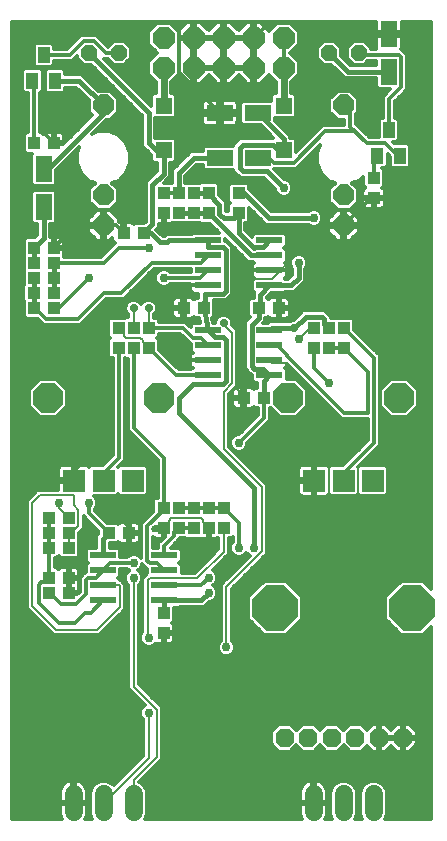
<source format=gbl>
G75*
%MOIN*%
%OFA0B0*%
%FSLAX25Y25*%
%IPPOS*%
%LPD*%
%AMOC8*
5,1,8,0,0,1.08239X$1,22.5*
%
%ADD10R,0.05512X0.08661*%
%ADD11R,0.04331X0.03937*%
%ADD12R,0.08661X0.05512*%
%ADD13R,0.03937X0.04331*%
%ADD14R,0.05512X0.05512*%
%ADD15R,0.08661X0.02362*%
%ADD16OC8,0.07000*%
%ADD17OC8,0.07400*%
%ADD18OC8,0.05200*%
%ADD19R,0.03937X0.05512*%
%ADD20OC8,0.06299*%
%ADD21OC8,0.15024*%
%ADD22R,0.07400X0.07400*%
%ADD23OC8,0.10000*%
%ADD24C,0.06000*%
%ADD25C,0.01200*%
%ADD26C,0.00600*%
%ADD27C,0.00800*%
%ADD28C,0.02978*%
%ADD29C,0.02387*%
%ADD30C,0.02400*%
%ADD31C,0.01600*%
%ADD32C,0.02781*%
D10*
X0031998Y0214501D03*
X0031998Y0227099D03*
X0146998Y0259501D03*
X0146998Y0272099D03*
D11*
X0141998Y0224146D03*
X0141998Y0217454D03*
X0131998Y0174146D03*
X0126998Y0174146D03*
X0126998Y0167454D03*
X0131998Y0167454D03*
X0110345Y0180800D03*
X0103652Y0180800D03*
X0085345Y0180800D03*
X0078652Y0180800D03*
X0066998Y0174146D03*
X0066998Y0167454D03*
X0056998Y0167454D03*
X0056998Y0174146D03*
X0035345Y0185800D03*
X0028652Y0185800D03*
X0058652Y0205800D03*
X0065345Y0205800D03*
X0071998Y0212454D03*
X0076998Y0212454D03*
X0076998Y0219146D03*
X0071998Y0219146D03*
X0081998Y0219146D03*
X0081998Y0212454D03*
X0096998Y0212454D03*
X0096998Y0219146D03*
X0098652Y0150800D03*
X0105345Y0150800D03*
X0091998Y0114146D03*
X0086998Y0114146D03*
X0086998Y0107454D03*
X0091998Y0107454D03*
X0076998Y0107454D03*
X0071998Y0107454D03*
X0071998Y0114146D03*
X0076998Y0114146D03*
X0060345Y0105800D03*
X0053652Y0105800D03*
X0040345Y0100800D03*
X0033652Y0100800D03*
D12*
X0090699Y0230800D03*
X0090699Y0245800D03*
X0103297Y0245800D03*
X0103297Y0230800D03*
D13*
X0086998Y0219146D03*
X0086998Y0212454D03*
X0061998Y0174146D03*
X0061998Y0167454D03*
X0035345Y0180800D03*
X0028652Y0180800D03*
X0028652Y0190800D03*
X0028652Y0195800D03*
X0028652Y0200800D03*
X0035345Y0200800D03*
X0035345Y0195800D03*
X0035345Y0190800D03*
X0035345Y0235800D03*
X0028652Y0235800D03*
X0081998Y0114146D03*
X0081998Y0107454D03*
X0071998Y0079146D03*
X0071998Y0072454D03*
X0040345Y0085800D03*
X0040345Y0090800D03*
X0033652Y0090800D03*
X0033652Y0085800D03*
X0033652Y0105800D03*
X0033652Y0110800D03*
X0040345Y0110800D03*
X0040345Y0105800D03*
X0121998Y0167454D03*
X0121998Y0174146D03*
D14*
X0111998Y0233320D03*
X0111998Y0248280D03*
X0071998Y0248280D03*
X0071998Y0233320D03*
D15*
X0086762Y0203300D03*
X0086762Y0198300D03*
X0086762Y0193300D03*
X0086762Y0188300D03*
X0086762Y0173300D03*
X0086762Y0168300D03*
X0086762Y0163300D03*
X0086762Y0158300D03*
X0107234Y0158300D03*
X0107234Y0163300D03*
X0107234Y0168300D03*
X0107234Y0173300D03*
X0107234Y0188300D03*
X0107234Y0193300D03*
X0107234Y0198300D03*
X0107234Y0203300D03*
X0072234Y0098300D03*
X0072234Y0093300D03*
X0072234Y0088300D03*
X0072234Y0083300D03*
X0051762Y0083300D03*
X0051762Y0088300D03*
X0051762Y0093300D03*
X0051762Y0098300D03*
D16*
X0051998Y0208300D03*
X0051998Y0218300D03*
X0051998Y0248300D03*
X0131998Y0248300D03*
X0131998Y0218300D03*
X0131998Y0208300D03*
D17*
X0111998Y0260800D03*
X0111998Y0270800D03*
X0101998Y0270800D03*
X0101998Y0260800D03*
X0091998Y0260800D03*
X0091998Y0270800D03*
X0081998Y0270800D03*
X0081998Y0260800D03*
X0071998Y0260800D03*
X0071998Y0270800D03*
D18*
X0056998Y0265800D03*
X0046998Y0265800D03*
X0126998Y0265800D03*
X0136998Y0265800D03*
D19*
X0146998Y0240131D03*
X0143258Y0231469D03*
X0150738Y0231469D03*
X0035738Y0256469D03*
X0031998Y0265131D03*
X0028258Y0256469D03*
D20*
X0112313Y0037493D03*
X0120187Y0037493D03*
X0128061Y0037493D03*
X0135935Y0037493D03*
X0143809Y0037493D03*
X0151683Y0037493D03*
D21*
X0154833Y0080800D03*
X0109163Y0080800D03*
D22*
X0122156Y0123241D03*
X0131998Y0123241D03*
X0141841Y0123241D03*
X0061841Y0123241D03*
X0051998Y0123241D03*
X0042156Y0123241D03*
D23*
X0033494Y0150800D03*
X0070502Y0150800D03*
X0113494Y0150800D03*
X0150502Y0150800D03*
D24*
X0141998Y0018800D02*
X0141998Y0012800D01*
X0131998Y0012800D02*
X0131998Y0018800D01*
X0121998Y0018800D02*
X0121998Y0012800D01*
X0061998Y0012800D02*
X0061998Y0018800D01*
X0051998Y0018800D02*
X0051998Y0012800D01*
X0041998Y0012800D02*
X0041998Y0018800D01*
D25*
X0021598Y0010400D02*
X0021598Y0276161D01*
X0142642Y0276161D01*
X0142642Y0272699D01*
X0146398Y0272699D01*
X0146398Y0271499D01*
X0142642Y0271499D01*
X0142642Y0267558D01*
X0142730Y0267231D01*
X0140998Y0267231D01*
X0140998Y0267457D01*
X0138655Y0269800D01*
X0135341Y0269800D01*
X0132998Y0267457D01*
X0132998Y0264143D01*
X0135341Y0261800D01*
X0138655Y0261800D01*
X0140086Y0263231D01*
X0142842Y0263231D01*
X0142842Y0261701D01*
X0134209Y0261701D01*
X0130998Y0264911D01*
X0130998Y0267457D01*
X0128655Y0269800D01*
X0125341Y0269800D01*
X0122998Y0267457D01*
X0122998Y0264143D01*
X0125341Y0261800D01*
X0127887Y0261800D01*
X0132386Y0257301D01*
X0142842Y0257301D01*
X0142842Y0254590D01*
X0143662Y0253770D01*
X0147506Y0253770D01*
X0146170Y0252434D01*
X0146170Y0252434D01*
X0144998Y0251263D01*
X0144998Y0244287D01*
X0144450Y0244287D01*
X0143630Y0243467D01*
X0143630Y0237625D01*
X0140631Y0237625D01*
X0136198Y0242058D01*
X0136198Y0245570D01*
X0136898Y0246270D01*
X0136898Y0250330D01*
X0134028Y0253200D01*
X0129968Y0253200D01*
X0127098Y0250330D01*
X0127098Y0246270D01*
X0129968Y0243400D01*
X0132198Y0243400D01*
X0132198Y0241731D01*
X0125072Y0241731D01*
X0116154Y0232812D01*
X0116154Y0236655D01*
X0115334Y0237476D01*
X0114198Y0237476D01*
X0114198Y0238010D01*
X0109028Y0243181D01*
X0109028Y0244124D01*
X0115334Y0244124D01*
X0116154Y0244945D01*
X0116154Y0251616D01*
X0115334Y0252436D01*
X0114598Y0252436D01*
X0114598Y0256188D01*
X0117098Y0258688D01*
X0117098Y0262912D01*
X0114211Y0265800D01*
X0117098Y0268688D01*
X0117098Y0272912D01*
X0114111Y0275900D01*
X0107098Y0275900D01*
X0101998Y0270800D01*
X0091998Y0270800D01*
X0081998Y0270800D01*
X0081998Y0260800D01*
X0082398Y0260634D02*
X0091598Y0260634D01*
X0091598Y0260400D02*
X0091598Y0261200D01*
X0082398Y0261200D01*
X0081598Y0261200D01*
X0081598Y0270400D01*
X0077098Y0270400D01*
X0077098Y0271200D01*
X0081598Y0271200D01*
X0081598Y0270400D01*
X0082398Y0270400D01*
X0082398Y0265500D01*
X0082398Y0261200D01*
X0082398Y0260400D01*
X0082398Y0255500D01*
X0084193Y0255500D01*
X0086998Y0258305D01*
X0089803Y0255500D01*
X0091598Y0255500D01*
X0091598Y0260400D01*
X0086698Y0260400D01*
X0082398Y0260400D01*
X0081598Y0260400D01*
X0081598Y0255500D01*
X0079803Y0255500D01*
X0076857Y0258446D01*
X0074598Y0256188D01*
X0074598Y0252436D01*
X0075334Y0252436D01*
X0076154Y0251616D01*
X0076154Y0244945D01*
X0075334Y0244124D01*
X0069198Y0244124D01*
X0069198Y0237476D01*
X0075334Y0237476D01*
X0076154Y0236655D01*
X0076154Y0229984D01*
X0075334Y0229164D01*
X0074198Y0229164D01*
X0074198Y0224632D01*
X0072081Y0222515D01*
X0074798Y0222515D01*
X0074798Y0226711D01*
X0079798Y0231711D01*
X0081087Y0233000D01*
X0084968Y0233000D01*
X0084968Y0234136D01*
X0085788Y0234956D01*
X0095167Y0234956D01*
X0095167Y0235130D01*
X0096455Y0236419D01*
X0097393Y0237356D01*
X0108543Y0237356D01*
X0108586Y0237400D01*
X0104342Y0241644D01*
X0098387Y0241644D01*
X0097567Y0242464D01*
X0097567Y0249136D01*
X0098387Y0249956D01*
X0107842Y0249956D01*
X0107842Y0251616D01*
X0108662Y0252436D01*
X0109398Y0252436D01*
X0109398Y0256188D01*
X0107140Y0258446D01*
X0104193Y0255500D01*
X0102398Y0255500D01*
X0102398Y0260400D01*
X0101598Y0260400D01*
X0096698Y0260400D01*
X0092398Y0260400D01*
X0092398Y0255500D01*
X0094193Y0255500D01*
X0096998Y0258305D01*
X0099803Y0255500D01*
X0101598Y0255500D01*
X0101598Y0260400D01*
X0101598Y0261200D01*
X0092398Y0261200D01*
X0091598Y0261200D01*
X0091598Y0270400D01*
X0086698Y0270400D01*
X0082398Y0270400D01*
X0082398Y0271200D01*
X0081598Y0271200D01*
X0081598Y0276100D01*
X0079803Y0276100D01*
X0076857Y0273154D01*
X0074111Y0275900D01*
X0036063Y0275900D01*
X0028630Y0268467D01*
X0028630Y0261795D01*
X0029450Y0260975D01*
X0031998Y0260975D01*
X0031998Y0239146D01*
X0035345Y0235800D01*
X0035729Y0235465D02*
X0038552Y0235465D01*
X0038503Y0235416D02*
X0035729Y0235416D01*
X0035729Y0236184D01*
X0038913Y0236184D01*
X0038913Y0238176D01*
X0038804Y0238583D01*
X0038593Y0238948D01*
X0038296Y0239246D01*
X0037931Y0239456D01*
X0037524Y0239565D01*
X0035729Y0239565D01*
X0035729Y0236184D01*
X0034960Y0236184D01*
X0034960Y0239565D01*
X0033165Y0239565D01*
X0032759Y0239456D01*
X0032394Y0239246D01*
X0032096Y0238948D01*
X0031921Y0238645D01*
X0031200Y0239365D01*
X0030652Y0239365D01*
X0030652Y0252313D01*
X0030806Y0252313D01*
X0031626Y0253133D01*
X0031626Y0259805D01*
X0030806Y0260625D01*
X0025710Y0260625D01*
X0024889Y0259805D01*
X0024889Y0253133D01*
X0025710Y0252313D01*
X0026652Y0252313D01*
X0026652Y0239365D01*
X0026103Y0239365D01*
X0025283Y0238545D01*
X0025283Y0233055D01*
X0026103Y0232235D01*
X0028067Y0232235D01*
X0027842Y0232010D01*
X0027842Y0222189D01*
X0028662Y0221369D01*
X0035334Y0221369D01*
X0036154Y0222189D01*
X0036154Y0226845D01*
X0043903Y0234594D01*
X0043067Y0232576D01*
X0043067Y0229024D01*
X0044427Y0225741D01*
X0046939Y0223229D01*
X0049102Y0222333D01*
X0047098Y0220330D01*
X0047098Y0216270D01*
X0049968Y0213400D01*
X0054028Y0213400D01*
X0056898Y0216270D01*
X0056898Y0220330D01*
X0054895Y0222333D01*
X0057057Y0223229D01*
X0059569Y0225741D01*
X0060929Y0229024D01*
X0060929Y0232576D01*
X0059569Y0235859D01*
X0057057Y0238371D01*
X0053775Y0239731D01*
X0050222Y0239731D01*
X0048205Y0238895D01*
X0052709Y0243400D01*
X0054028Y0243400D01*
X0056898Y0246270D01*
X0056898Y0250330D01*
X0054028Y0253200D01*
X0050209Y0253200D01*
X0044740Y0258669D01*
X0039107Y0258669D01*
X0039107Y0259805D01*
X0038287Y0260625D01*
X0033190Y0260625D01*
X0032370Y0259805D01*
X0032370Y0253133D01*
X0033190Y0252313D01*
X0038287Y0252313D01*
X0039107Y0253133D01*
X0039107Y0254269D01*
X0042918Y0254269D01*
X0047098Y0250089D01*
X0047098Y0246270D01*
X0048228Y0245141D01*
X0038503Y0235416D01*
X0038913Y0236664D02*
X0039750Y0236664D01*
X0038913Y0237862D02*
X0040949Y0237862D01*
X0042147Y0239061D02*
X0038481Y0239061D01*
X0035729Y0239061D02*
X0034960Y0239061D01*
X0034960Y0237862D02*
X0035729Y0237862D01*
X0035729Y0236664D02*
X0034960Y0236664D01*
X0032209Y0239061D02*
X0031505Y0239061D01*
X0030652Y0240259D02*
X0043346Y0240259D01*
X0044544Y0241458D02*
X0030652Y0241458D01*
X0030652Y0242656D02*
X0045743Y0242656D01*
X0046941Y0243855D02*
X0030652Y0243855D01*
X0030652Y0245053D02*
X0048140Y0245053D01*
X0047117Y0246252D02*
X0030652Y0246252D01*
X0030652Y0247450D02*
X0047098Y0247450D01*
X0047098Y0248649D02*
X0030652Y0248649D01*
X0030652Y0249847D02*
X0047098Y0249847D01*
X0046141Y0251046D02*
X0030652Y0251046D01*
X0030652Y0252244D02*
X0044943Y0252244D01*
X0043744Y0253443D02*
X0039107Y0253443D01*
X0039107Y0259435D02*
X0050252Y0259435D01*
X0051450Y0258237D02*
X0045173Y0258237D01*
X0046371Y0257038D02*
X0052649Y0257038D01*
X0053847Y0255840D02*
X0047570Y0255840D01*
X0048768Y0254641D02*
X0055046Y0254641D01*
X0056244Y0253443D02*
X0049967Y0253443D01*
X0054984Y0252244D02*
X0057443Y0252244D01*
X0058641Y0251046D02*
X0056182Y0251046D01*
X0056898Y0249847D02*
X0059840Y0249847D01*
X0061038Y0248649D02*
X0056898Y0248649D01*
X0056898Y0247450D02*
X0062237Y0247450D01*
X0063435Y0246252D02*
X0056879Y0246252D01*
X0055681Y0245053D02*
X0064634Y0245053D01*
X0064798Y0244889D02*
X0064798Y0234889D01*
X0066087Y0233600D01*
X0067842Y0231845D01*
X0067842Y0229984D01*
X0068662Y0229164D01*
X0069798Y0229164D01*
X0069798Y0226454D01*
X0066033Y0222689D01*
X0066033Y0209599D01*
X0065602Y0209168D01*
X0062599Y0209168D01*
X0062128Y0208697D01*
X0062097Y0208751D01*
X0061799Y0209049D01*
X0061435Y0209259D01*
X0061028Y0209368D01*
X0059036Y0209368D01*
X0059036Y0206184D01*
X0058267Y0206184D01*
X0058267Y0209368D01*
X0057098Y0209368D01*
X0057098Y0210412D01*
X0054111Y0213400D01*
X0052398Y0213400D01*
X0052398Y0208700D01*
X0051598Y0208700D01*
X0051598Y0207900D01*
X0046898Y0207900D01*
X0046898Y0206188D01*
X0049886Y0203200D01*
X0051598Y0203200D01*
X0051598Y0207900D01*
X0052398Y0207900D01*
X0052398Y0203200D01*
X0054111Y0203200D01*
X0054886Y0203976D01*
X0054886Y0203621D01*
X0054995Y0203214D01*
X0055206Y0202849D01*
X0055504Y0202551D01*
X0055768Y0202399D01*
X0054998Y0201628D01*
X0051170Y0197800D01*
X0038713Y0197800D01*
X0038713Y0197860D01*
X0038804Y0198017D01*
X0038913Y0198424D01*
X0038913Y0200416D01*
X0035729Y0200416D01*
X0035729Y0201184D01*
X0038913Y0201184D01*
X0038913Y0203176D01*
X0038804Y0203583D01*
X0038593Y0203948D01*
X0038296Y0204246D01*
X0037931Y0204456D01*
X0037524Y0204565D01*
X0035729Y0204565D01*
X0035729Y0201184D01*
X0034960Y0201184D01*
X0034960Y0204565D01*
X0034198Y0204565D01*
X0034198Y0208770D01*
X0035334Y0208770D01*
X0036154Y0209590D01*
X0036154Y0219411D01*
X0035334Y0220231D01*
X0028662Y0220231D01*
X0027842Y0219411D01*
X0027842Y0209590D01*
X0028662Y0208770D01*
X0029798Y0208770D01*
X0029798Y0205058D01*
X0029106Y0204365D01*
X0026103Y0204365D01*
X0025283Y0203545D01*
X0025283Y0188545D01*
X0025086Y0188348D01*
X0025086Y0183252D01*
X0025283Y0183055D01*
X0025283Y0178055D01*
X0026103Y0177235D01*
X0029968Y0177235D01*
X0030796Y0176406D01*
X0031968Y0175235D01*
X0044261Y0175235D01*
X0052827Y0183800D01*
X0058741Y0183800D01*
X0068822Y0193881D01*
X0081031Y0193881D01*
X0081031Y0192800D01*
X0074084Y0192800D01*
X0073635Y0193249D01*
X0072573Y0193689D01*
X0071423Y0193689D01*
X0070362Y0193249D01*
X0069549Y0192436D01*
X0069109Y0191375D01*
X0069109Y0190225D01*
X0069549Y0189164D01*
X0070362Y0188351D01*
X0071423Y0187911D01*
X0072573Y0187911D01*
X0073635Y0188351D01*
X0074084Y0188800D01*
X0080831Y0188800D01*
X0080831Y0188300D01*
X0086762Y0188300D01*
X0080831Y0188300D01*
X0080831Y0186908D01*
X0080940Y0186501D01*
X0081151Y0186136D01*
X0081449Y0185839D01*
X0081814Y0185628D01*
X0082221Y0185519D01*
X0083437Y0185519D01*
X0083352Y0184168D01*
X0082599Y0184168D01*
X0082128Y0183697D01*
X0082097Y0183751D01*
X0081799Y0184049D01*
X0081435Y0184259D01*
X0081028Y0184368D01*
X0079036Y0184368D01*
X0079036Y0181184D01*
X0078267Y0181184D01*
X0078267Y0180416D01*
X0074886Y0180416D01*
X0074886Y0178621D01*
X0074995Y0178214D01*
X0075206Y0177849D01*
X0075504Y0177551D01*
X0075869Y0177341D01*
X0076276Y0177231D01*
X0078267Y0177231D01*
X0078267Y0180416D01*
X0079036Y0180416D01*
X0079036Y0177231D01*
X0081028Y0177231D01*
X0081435Y0177341D01*
X0081799Y0177551D01*
X0082097Y0177849D01*
X0082128Y0177903D01*
X0082599Y0177431D01*
X0083742Y0177431D01*
X0084035Y0175881D01*
X0081851Y0175881D01*
X0081031Y0175061D01*
X0081031Y0174367D01*
X0079252Y0176146D01*
X0070563Y0176146D01*
X0070563Y0176695D01*
X0069743Y0177515D01*
X0068798Y0177515D01*
X0068798Y0178654D01*
X0069364Y0179219D01*
X0069789Y0180245D01*
X0069789Y0181355D01*
X0069364Y0182381D01*
X0068579Y0183166D01*
X0067553Y0183591D01*
X0066443Y0183591D01*
X0065417Y0183166D01*
X0064632Y0182381D01*
X0064498Y0182056D01*
X0064364Y0182381D01*
X0063579Y0183166D01*
X0062553Y0183591D01*
X0061443Y0183591D01*
X0060417Y0183166D01*
X0059632Y0182381D01*
X0059208Y0181355D01*
X0059208Y0180245D01*
X0059632Y0179219D01*
X0060198Y0178654D01*
X0060198Y0177712D01*
X0059450Y0177712D01*
X0059253Y0177515D01*
X0054253Y0177515D01*
X0053433Y0176695D01*
X0053433Y0171598D01*
X0054231Y0170800D01*
X0053433Y0170002D01*
X0053433Y0164905D01*
X0054253Y0164085D01*
X0054998Y0164085D01*
X0054998Y0131628D01*
X0051711Y0128341D01*
X0047718Y0128341D01*
X0047196Y0127819D01*
X0047136Y0127923D01*
X0046838Y0128221D01*
X0046473Y0128432D01*
X0046066Y0128541D01*
X0042540Y0128541D01*
X0042540Y0123625D01*
X0041771Y0123625D01*
X0041771Y0122857D01*
X0036856Y0122857D01*
X0036856Y0120141D01*
X0029879Y0120141D01*
X0027338Y0117600D01*
X0026283Y0116546D01*
X0026283Y0080858D01*
X0027338Y0079804D01*
X0034287Y0072854D01*
X0035341Y0071800D01*
X0050582Y0071800D01*
X0058038Y0079256D01*
X0059093Y0080311D01*
X0059093Y0088753D01*
X0058800Y0089046D01*
X0057745Y0090100D01*
X0057454Y0090100D01*
X0056754Y0090800D01*
X0057493Y0091539D01*
X0057493Y0093719D01*
X0057501Y0093719D01*
X0057582Y0093800D01*
X0059912Y0093800D01*
X0060362Y0093351D01*
X0060484Y0093300D01*
X0060362Y0093249D01*
X0059549Y0092436D01*
X0059109Y0091375D01*
X0059109Y0090225D01*
X0059549Y0089164D01*
X0060198Y0088514D01*
X0060198Y0055348D01*
X0060198Y0053857D01*
X0065676Y0048379D01*
X0065362Y0048249D01*
X0064549Y0047436D01*
X0064109Y0046375D01*
X0064109Y0045225D01*
X0064549Y0044164D01*
X0065198Y0043514D01*
X0065198Y0031546D01*
X0055337Y0021684D01*
X0054491Y0022530D01*
X0052873Y0023200D01*
X0051123Y0023200D01*
X0049506Y0022530D01*
X0048268Y0021292D01*
X0047598Y0019675D01*
X0047598Y0011925D01*
X0048230Y0010400D01*
X0045938Y0010400D01*
X0046261Y0011034D01*
X0046485Y0011723D01*
X0046598Y0012438D01*
X0046598Y0015400D01*
X0042398Y0015400D01*
X0042398Y0016200D01*
X0041598Y0016200D01*
X0041598Y0015400D01*
X0037398Y0015400D01*
X0037398Y0012438D01*
X0037511Y0011723D01*
X0037735Y0011034D01*
X0038058Y0010400D01*
X0021598Y0010400D01*
X0021598Y0011343D02*
X0037635Y0011343D01*
X0037398Y0012542D02*
X0021598Y0012542D01*
X0021598Y0013740D02*
X0037398Y0013740D01*
X0037398Y0014939D02*
X0021598Y0014939D01*
X0021598Y0016137D02*
X0041598Y0016137D01*
X0041598Y0016200D02*
X0037398Y0016200D01*
X0037398Y0019162D01*
X0037511Y0019877D01*
X0037735Y0020566D01*
X0038064Y0021211D01*
X0038489Y0021797D01*
X0039001Y0022309D01*
X0039587Y0022734D01*
X0040232Y0023063D01*
X0040921Y0023287D01*
X0041598Y0023394D01*
X0041598Y0016200D01*
X0042398Y0016200D02*
X0042398Y0023394D01*
X0043075Y0023287D01*
X0043764Y0023063D01*
X0044409Y0022734D01*
X0044995Y0022309D01*
X0045507Y0021797D01*
X0045932Y0021211D01*
X0046261Y0020566D01*
X0046485Y0019877D01*
X0046598Y0019162D01*
X0046598Y0016200D01*
X0042398Y0016200D01*
X0042398Y0016137D02*
X0047598Y0016137D01*
X0047598Y0014939D02*
X0046598Y0014939D01*
X0046598Y0013740D02*
X0047598Y0013740D01*
X0047598Y0012542D02*
X0046598Y0012542D01*
X0046362Y0011343D02*
X0047839Y0011343D01*
X0047598Y0017336D02*
X0046598Y0017336D01*
X0046598Y0018534D02*
X0047598Y0018534D01*
X0047622Y0019733D02*
X0046508Y0019733D01*
X0046075Y0020932D02*
X0048119Y0020932D01*
X0049106Y0022130D02*
X0045173Y0022130D01*
X0042811Y0023329D02*
X0056981Y0023329D01*
X0058180Y0024527D02*
X0021598Y0024527D01*
X0021598Y0023329D02*
X0041185Y0023329D01*
X0041598Y0023329D02*
X0042398Y0023329D01*
X0042398Y0022130D02*
X0041598Y0022130D01*
X0041598Y0020932D02*
X0042398Y0020932D01*
X0042398Y0019733D02*
X0041598Y0019733D01*
X0041598Y0018534D02*
X0042398Y0018534D01*
X0042398Y0017336D02*
X0041598Y0017336D01*
X0037921Y0020932D02*
X0021598Y0020932D01*
X0021598Y0022130D02*
X0038823Y0022130D01*
X0037489Y0019733D02*
X0021598Y0019733D01*
X0021598Y0018534D02*
X0037398Y0018534D01*
X0037398Y0017336D02*
X0021598Y0017336D01*
X0021598Y0025726D02*
X0059378Y0025726D01*
X0060577Y0026924D02*
X0021598Y0026924D01*
X0021598Y0028123D02*
X0061775Y0028123D01*
X0062974Y0029321D02*
X0021598Y0029321D01*
X0021598Y0030520D02*
X0064172Y0030520D01*
X0065198Y0031718D02*
X0021598Y0031718D01*
X0021598Y0032917D02*
X0065198Y0032917D01*
X0065198Y0034115D02*
X0021598Y0034115D01*
X0021598Y0035314D02*
X0065198Y0035314D01*
X0065198Y0036512D02*
X0021598Y0036512D01*
X0021598Y0037711D02*
X0065198Y0037711D01*
X0065198Y0038909D02*
X0021598Y0038909D01*
X0021598Y0040108D02*
X0065198Y0040108D01*
X0065198Y0041306D02*
X0021598Y0041306D01*
X0021598Y0042505D02*
X0065198Y0042505D01*
X0065009Y0043703D02*
X0021598Y0043703D01*
X0021598Y0044902D02*
X0064243Y0044902D01*
X0064109Y0046100D02*
X0021598Y0046100D01*
X0021598Y0047299D02*
X0064492Y0047299D01*
X0065558Y0048497D02*
X0021598Y0048497D01*
X0021598Y0049696D02*
X0064360Y0049696D01*
X0063161Y0050894D02*
X0021598Y0050894D01*
X0021598Y0052093D02*
X0061963Y0052093D01*
X0060764Y0053291D02*
X0021598Y0053291D01*
X0021598Y0054490D02*
X0060198Y0054490D01*
X0060198Y0055688D02*
X0021598Y0055688D01*
X0021598Y0056887D02*
X0060198Y0056887D01*
X0060198Y0058085D02*
X0021598Y0058085D01*
X0021598Y0059284D02*
X0060198Y0059284D01*
X0060198Y0060482D02*
X0021598Y0060482D01*
X0021598Y0061681D02*
X0060198Y0061681D01*
X0060198Y0062879D02*
X0021598Y0062879D01*
X0021598Y0064078D02*
X0060198Y0064078D01*
X0060198Y0065276D02*
X0021598Y0065276D01*
X0021598Y0066475D02*
X0060198Y0066475D01*
X0060198Y0067673D02*
X0021598Y0067673D01*
X0021598Y0068872D02*
X0060198Y0068872D01*
X0060198Y0070070D02*
X0021598Y0070070D01*
X0021598Y0071269D02*
X0060198Y0071269D01*
X0060198Y0072468D02*
X0051250Y0072468D01*
X0052448Y0073666D02*
X0060198Y0073666D01*
X0060198Y0074865D02*
X0053647Y0074865D01*
X0054845Y0076063D02*
X0060198Y0076063D01*
X0060198Y0077262D02*
X0056044Y0077262D01*
X0057242Y0078460D02*
X0060198Y0078460D01*
X0060198Y0079659D02*
X0058441Y0079659D01*
X0059093Y0080857D02*
X0060198Y0080857D01*
X0060198Y0082056D02*
X0059093Y0082056D01*
X0059093Y0083254D02*
X0060198Y0083254D01*
X0060198Y0084453D02*
X0059093Y0084453D01*
X0059093Y0085651D02*
X0060198Y0085651D01*
X0060198Y0086850D02*
X0059093Y0086850D01*
X0059093Y0088048D02*
X0060198Y0088048D01*
X0059515Y0089247D02*
X0058599Y0089247D01*
X0059109Y0090445D02*
X0057108Y0090445D01*
X0057493Y0091644D02*
X0059221Y0091644D01*
X0059955Y0092842D02*
X0057493Y0092842D01*
X0056673Y0095719D02*
X0054181Y0095719D01*
X0051762Y0093300D01*
X0049343Y0090881D01*
X0046851Y0090881D01*
X0046031Y0090061D01*
X0046031Y0085373D01*
X0042893Y0082235D01*
X0037796Y0082235D01*
X0034231Y0085800D01*
X0033652Y0085800D01*
X0032217Y0089365D02*
X0031103Y0089365D01*
X0030283Y0088545D01*
X0030283Y0082515D01*
X0036998Y0075800D01*
X0042538Y0075800D01*
X0045906Y0079169D01*
X0047630Y0079169D01*
X0051762Y0083300D01*
X0045203Y0092061D02*
X0046023Y0092881D01*
X0046031Y0092881D01*
X0046031Y0095061D01*
X0046770Y0095800D01*
X0046031Y0096539D01*
X0046031Y0100061D01*
X0046851Y0100881D01*
X0049562Y0100881D01*
X0049562Y0104822D01*
X0050086Y0105346D01*
X0050086Y0106537D01*
X0046170Y0110454D01*
X0045313Y0111310D01*
X0045313Y0107392D01*
X0043713Y0105792D01*
X0043713Y0103545D01*
X0043910Y0103348D01*
X0043910Y0098252D01*
X0043090Y0097431D01*
X0037599Y0097431D01*
X0036998Y0098033D01*
X0036397Y0097431D01*
X0035652Y0097431D01*
X0035652Y0094365D01*
X0036200Y0094365D01*
X0036921Y0093645D01*
X0037096Y0093948D01*
X0037394Y0094246D01*
X0037759Y0094456D01*
X0038165Y0094565D01*
X0039960Y0094565D01*
X0039960Y0091184D01*
X0040729Y0091184D01*
X0043913Y0091184D01*
X0043913Y0093176D01*
X0043804Y0093583D01*
X0043593Y0093948D01*
X0043296Y0094246D01*
X0042931Y0094456D01*
X0042524Y0094565D01*
X0040729Y0094565D01*
X0040729Y0091184D01*
X0040729Y0090416D01*
X0043913Y0090416D01*
X0043913Y0088424D01*
X0043880Y0088300D01*
X0043913Y0088176D01*
X0043913Y0086184D01*
X0040729Y0086184D01*
X0040729Y0085416D01*
X0043246Y0085416D01*
X0044031Y0086201D01*
X0044031Y0090889D01*
X0045203Y0092061D01*
X0044785Y0091644D02*
X0043913Y0091644D01*
X0043913Y0092842D02*
X0045984Y0092842D01*
X0046031Y0094041D02*
X0043500Y0094041D01*
X0040729Y0094041D02*
X0039960Y0094041D01*
X0039960Y0092842D02*
X0040729Y0092842D01*
X0040729Y0091644D02*
X0039960Y0091644D01*
X0040345Y0090800D02*
X0040345Y0085800D01*
X0040729Y0085651D02*
X0043481Y0085651D01*
X0043913Y0086850D02*
X0044031Y0086850D01*
X0044031Y0088048D02*
X0043913Y0088048D01*
X0043913Y0089247D02*
X0044031Y0089247D01*
X0044031Y0090445D02*
X0040729Y0090445D01*
X0040729Y0090416D02*
X0040729Y0087035D01*
X0040729Y0086184D01*
X0039960Y0086184D01*
X0039960Y0090416D01*
X0040729Y0090416D01*
X0040729Y0089247D02*
X0039960Y0089247D01*
X0039960Y0088048D02*
X0040729Y0088048D01*
X0040729Y0086850D02*
X0039960Y0086850D01*
X0033652Y0090800D02*
X0032217Y0089365D01*
X0033652Y0090800D02*
X0033652Y0100800D01*
X0033652Y0105800D01*
X0033652Y0110800D01*
X0027749Y0118011D02*
X0021598Y0118011D01*
X0021598Y0119209D02*
X0028947Y0119209D01*
X0026550Y0116812D02*
X0021598Y0116812D01*
X0021598Y0115614D02*
X0026283Y0115614D01*
X0026283Y0114415D02*
X0021598Y0114415D01*
X0021598Y0113217D02*
X0026283Y0113217D01*
X0026283Y0112018D02*
X0021598Y0112018D01*
X0021598Y0110820D02*
X0026283Y0110820D01*
X0026283Y0109621D02*
X0021598Y0109621D01*
X0021598Y0108423D02*
X0026283Y0108423D01*
X0026283Y0107224D02*
X0021598Y0107224D01*
X0021598Y0106026D02*
X0026283Y0106026D01*
X0026283Y0104827D02*
X0021598Y0104827D01*
X0021598Y0103629D02*
X0026283Y0103629D01*
X0026283Y0102430D02*
X0021598Y0102430D01*
X0021598Y0101232D02*
X0026283Y0101232D01*
X0026283Y0100033D02*
X0021598Y0100033D01*
X0021598Y0098835D02*
X0026283Y0098835D01*
X0026283Y0097636D02*
X0021598Y0097636D01*
X0021598Y0096438D02*
X0026283Y0096438D01*
X0026283Y0095239D02*
X0021598Y0095239D01*
X0021598Y0094041D02*
X0026283Y0094041D01*
X0026283Y0092842D02*
X0021598Y0092842D01*
X0021598Y0091644D02*
X0026283Y0091644D01*
X0026283Y0090445D02*
X0021598Y0090445D01*
X0021598Y0089247D02*
X0026283Y0089247D01*
X0026283Y0088048D02*
X0021598Y0088048D01*
X0021598Y0086850D02*
X0026283Y0086850D01*
X0026283Y0085651D02*
X0021598Y0085651D01*
X0021598Y0084453D02*
X0026283Y0084453D01*
X0026283Y0083254D02*
X0021598Y0083254D01*
X0021598Y0082056D02*
X0026283Y0082056D01*
X0026284Y0080857D02*
X0021598Y0080857D01*
X0021598Y0079659D02*
X0027483Y0079659D01*
X0028681Y0078460D02*
X0021598Y0078460D01*
X0021598Y0077262D02*
X0029880Y0077262D01*
X0031078Y0076063D02*
X0021598Y0076063D01*
X0021598Y0074865D02*
X0032277Y0074865D01*
X0033475Y0073666D02*
X0021598Y0073666D01*
X0021598Y0072468D02*
X0034674Y0072468D01*
X0036525Y0094041D02*
X0037189Y0094041D01*
X0035652Y0095239D02*
X0046209Y0095239D01*
X0046132Y0096438D02*
X0035652Y0096438D01*
X0036602Y0097636D02*
X0037395Y0097636D01*
X0043295Y0097636D02*
X0046031Y0097636D01*
X0046031Y0098835D02*
X0043910Y0098835D01*
X0043910Y0100033D02*
X0046031Y0100033D01*
X0043910Y0101232D02*
X0049562Y0101232D01*
X0049562Y0102430D02*
X0043910Y0102430D01*
X0043713Y0103629D02*
X0049562Y0103629D01*
X0049568Y0104827D02*
X0043713Y0104827D01*
X0043947Y0106026D02*
X0050086Y0106026D01*
X0049399Y0107224D02*
X0045145Y0107224D01*
X0045313Y0108423D02*
X0048200Y0108423D01*
X0047002Y0109621D02*
X0045313Y0109621D01*
X0045313Y0110820D02*
X0045803Y0110820D01*
X0046998Y0112454D02*
X0046998Y0115800D01*
X0048998Y0113714D02*
X0049447Y0114164D01*
X0049887Y0115225D01*
X0049887Y0116375D01*
X0049447Y0117436D01*
X0048743Y0118141D01*
X0056278Y0118141D01*
X0056919Y0118782D01*
X0057561Y0118141D01*
X0066121Y0118141D01*
X0066941Y0118961D01*
X0066941Y0127521D01*
X0066121Y0128341D01*
X0057561Y0128341D01*
X0056919Y0127700D01*
X0056823Y0127796D01*
X0058998Y0129972D01*
X0058998Y0164085D01*
X0059253Y0164085D01*
X0059450Y0163888D01*
X0059998Y0163888D01*
X0059998Y0139972D01*
X0069998Y0129972D01*
X0069998Y0117515D01*
X0069253Y0117515D01*
X0068433Y0116695D01*
X0068433Y0112830D01*
X0064504Y0108901D01*
X0064504Y0097300D01*
X0064447Y0097436D01*
X0063635Y0098249D01*
X0062573Y0098689D01*
X0061423Y0098689D01*
X0060362Y0098249D01*
X0059912Y0097800D01*
X0057493Y0097800D01*
X0057493Y0100061D01*
X0056673Y0100881D01*
X0053962Y0100881D01*
X0053962Y0102431D01*
X0056397Y0102431D01*
X0056868Y0102903D01*
X0056899Y0102849D01*
X0057197Y0102551D01*
X0057562Y0102341D01*
X0057969Y0102231D01*
X0059960Y0102231D01*
X0059960Y0105416D01*
X0060729Y0105416D01*
X0060729Y0106184D01*
X0064110Y0106184D01*
X0064110Y0107979D01*
X0064001Y0108386D01*
X0063790Y0108751D01*
X0063492Y0109049D01*
X0063128Y0109259D01*
X0062721Y0109368D01*
X0060729Y0109368D01*
X0060729Y0106184D01*
X0059960Y0106184D01*
X0059960Y0109368D01*
X0057969Y0109368D01*
X0057562Y0109259D01*
X0057197Y0109049D01*
X0056899Y0108751D01*
X0056868Y0108697D01*
X0056397Y0109168D01*
X0053112Y0109168D01*
X0048998Y0113282D01*
X0048998Y0113714D01*
X0049063Y0113217D02*
X0068433Y0113217D01*
X0068433Y0114415D02*
X0049552Y0114415D01*
X0049887Y0115614D02*
X0068433Y0115614D01*
X0068550Y0116812D02*
X0049706Y0116812D01*
X0048873Y0118011D02*
X0069998Y0118011D01*
X0069998Y0119209D02*
X0066941Y0119209D01*
X0066941Y0120408D02*
X0069998Y0120408D01*
X0069998Y0121606D02*
X0066941Y0121606D01*
X0066941Y0122805D02*
X0069998Y0122805D01*
X0069998Y0124003D02*
X0066941Y0124003D01*
X0066941Y0125202D02*
X0069998Y0125202D01*
X0069998Y0126401D02*
X0066941Y0126401D01*
X0066862Y0127599D02*
X0069998Y0127599D01*
X0069998Y0128798D02*
X0057824Y0128798D01*
X0058998Y0129996D02*
X0069974Y0129996D01*
X0068775Y0131195D02*
X0058998Y0131195D01*
X0058998Y0132393D02*
X0067577Y0132393D01*
X0066378Y0133592D02*
X0058998Y0133592D01*
X0058998Y0134790D02*
X0065180Y0134790D01*
X0063981Y0135989D02*
X0058998Y0135989D01*
X0058998Y0137187D02*
X0062783Y0137187D01*
X0061584Y0138386D02*
X0058998Y0138386D01*
X0058998Y0139584D02*
X0060386Y0139584D01*
X0059998Y0140783D02*
X0058998Y0140783D01*
X0058998Y0141981D02*
X0059998Y0141981D01*
X0059998Y0143180D02*
X0058998Y0143180D01*
X0058998Y0144378D02*
X0059998Y0144378D01*
X0059998Y0145577D02*
X0058998Y0145577D01*
X0058998Y0146775D02*
X0059998Y0146775D01*
X0059998Y0147974D02*
X0058998Y0147974D01*
X0058998Y0149172D02*
X0059998Y0149172D01*
X0059998Y0150371D02*
X0058998Y0150371D01*
X0058998Y0151569D02*
X0059998Y0151569D01*
X0059998Y0152768D02*
X0058998Y0152768D01*
X0058998Y0153966D02*
X0059998Y0153966D01*
X0059998Y0155165D02*
X0058998Y0155165D01*
X0058998Y0156363D02*
X0059998Y0156363D01*
X0059998Y0157562D02*
X0058998Y0157562D01*
X0058998Y0158760D02*
X0059998Y0158760D01*
X0059998Y0159959D02*
X0058998Y0159959D01*
X0058998Y0161157D02*
X0059998Y0161157D01*
X0059998Y0162356D02*
X0058998Y0162356D01*
X0058998Y0163554D02*
X0059998Y0163554D01*
X0061998Y0167454D02*
X0061998Y0140800D01*
X0071998Y0130800D01*
X0071998Y0114146D01*
X0071998Y0113567D01*
X0066504Y0108073D01*
X0066504Y0096539D01*
X0067324Y0095719D01*
X0069815Y0095719D01*
X0072234Y0093300D01*
X0072234Y0088300D02*
X0084498Y0088300D01*
X0086998Y0090800D01*
X0089042Y0092842D02*
X0095298Y0092842D01*
X0096496Y0094041D02*
X0088982Y0094041D01*
X0088635Y0093249D02*
X0088320Y0093379D01*
X0093798Y0098857D01*
X0093798Y0104085D01*
X0094743Y0104085D01*
X0094998Y0104340D01*
X0094998Y0102886D01*
X0094549Y0102436D01*
X0094109Y0101375D01*
X0094109Y0100225D01*
X0094549Y0099164D01*
X0095362Y0098351D01*
X0096423Y0097911D01*
X0097573Y0097911D01*
X0098635Y0098351D01*
X0099447Y0099164D01*
X0099498Y0099286D01*
X0099549Y0099164D01*
X0100362Y0098351D01*
X0100676Y0098221D01*
X0091101Y0088645D01*
X0091101Y0069939D01*
X0090452Y0069290D01*
X0090012Y0068228D01*
X0090012Y0067079D01*
X0090452Y0066017D01*
X0091264Y0065204D01*
X0092326Y0064764D01*
X0093475Y0064764D01*
X0094537Y0065204D01*
X0095350Y0066017D01*
X0095790Y0067079D01*
X0095790Y0068228D01*
X0095350Y0069290D01*
X0094701Y0069939D01*
X0094701Y0087154D01*
X0106487Y0098941D01*
X0106487Y0121789D01*
X0093798Y0134478D01*
X0093798Y0152188D01*
X0094995Y0153384D01*
X0094886Y0152979D01*
X0094886Y0151184D01*
X0098267Y0151184D01*
X0098267Y0150416D01*
X0094886Y0150416D01*
X0094886Y0148621D01*
X0094995Y0148214D01*
X0095206Y0147849D01*
X0095504Y0147551D01*
X0095869Y0147341D01*
X0096276Y0147231D01*
X0098267Y0147231D01*
X0098267Y0150416D01*
X0099036Y0150416D01*
X0099036Y0147231D01*
X0101028Y0147231D01*
X0101435Y0147341D01*
X0101799Y0147551D01*
X0102097Y0147849D01*
X0102128Y0147903D01*
X0102599Y0147431D01*
X0103345Y0147431D01*
X0103345Y0144975D01*
X0097059Y0138689D01*
X0096423Y0138689D01*
X0095362Y0138249D01*
X0094549Y0137436D01*
X0094109Y0136375D01*
X0094109Y0135225D01*
X0094549Y0134164D01*
X0095362Y0133351D01*
X0096423Y0132911D01*
X0097573Y0132911D01*
X0098635Y0133351D01*
X0099447Y0134164D01*
X0099887Y0135225D01*
X0099887Y0135861D01*
X0106173Y0142146D01*
X0107345Y0143318D01*
X0107345Y0147431D01*
X0107812Y0147431D01*
X0110843Y0144400D01*
X0116145Y0144400D01*
X0119894Y0148149D01*
X0119894Y0153451D01*
X0116145Y0157200D01*
X0112965Y0157200D01*
X0112965Y0160061D01*
X0112319Y0160707D01*
X0112547Y0160839D01*
X0112845Y0161136D01*
X0113056Y0161501D01*
X0113143Y0161827D01*
X0129998Y0144972D01*
X0131170Y0143800D01*
X0139998Y0143800D01*
X0139998Y0136628D01*
X0131711Y0128341D01*
X0127718Y0128341D01*
X0127196Y0127819D01*
X0127136Y0127923D01*
X0126838Y0128221D01*
X0126473Y0128432D01*
X0126066Y0128541D01*
X0122540Y0128541D01*
X0122540Y0123625D01*
X0121771Y0123625D01*
X0121771Y0122857D01*
X0116856Y0122857D01*
X0116856Y0119330D01*
X0116965Y0118923D01*
X0117175Y0118559D01*
X0117473Y0118261D01*
X0117838Y0118050D01*
X0118245Y0117941D01*
X0121771Y0117941D01*
X0121771Y0122857D01*
X0122540Y0122857D01*
X0122540Y0117941D01*
X0126066Y0117941D01*
X0126473Y0118050D01*
X0126838Y0118261D01*
X0127136Y0118559D01*
X0127196Y0118663D01*
X0127718Y0118141D01*
X0136278Y0118141D01*
X0136919Y0118782D01*
X0137561Y0118141D01*
X0146121Y0118141D01*
X0146941Y0118961D01*
X0146941Y0127521D01*
X0146121Y0128341D01*
X0137561Y0128341D01*
X0136919Y0127700D01*
X0136823Y0127796D01*
X0142827Y0133800D01*
X0143998Y0134972D01*
X0143998Y0164975D01*
X0135563Y0173410D01*
X0135563Y0176695D01*
X0134743Y0177515D01*
X0127767Y0177515D01*
X0127767Y0177886D01*
X0126478Y0179175D01*
X0126478Y0179175D01*
X0125541Y0180112D01*
X0118456Y0180112D01*
X0115281Y0176937D01*
X0115046Y0176937D01*
X0114021Y0176512D01*
X0113855Y0176346D01*
X0107170Y0176346D01*
X0106704Y0175881D01*
X0105152Y0175881D01*
X0105852Y0176581D01*
X0105852Y0177431D01*
X0106397Y0177431D01*
X0106868Y0177903D01*
X0106899Y0177849D01*
X0107197Y0177551D01*
X0107562Y0177341D01*
X0107969Y0177231D01*
X0109960Y0177231D01*
X0109960Y0180416D01*
X0110729Y0180416D01*
X0110729Y0181184D01*
X0114110Y0181184D01*
X0114110Y0182979D01*
X0114001Y0183386D01*
X0113790Y0183751D01*
X0113492Y0184049D01*
X0113128Y0184259D01*
X0112721Y0184368D01*
X0110729Y0184368D01*
X0110729Y0181184D01*
X0109960Y0181184D01*
X0109960Y0184368D01*
X0107969Y0184368D01*
X0107562Y0184259D01*
X0107197Y0184049D01*
X0106899Y0183751D01*
X0106868Y0183697D01*
X0106397Y0184168D01*
X0106396Y0184168D01*
X0106396Y0184350D01*
X0107765Y0185719D01*
X0112145Y0185719D01*
X0112526Y0186100D01*
X0115409Y0186100D01*
X0116698Y0187389D01*
X0119198Y0189889D01*
X0119198Y0193914D01*
X0119447Y0194164D01*
X0119887Y0195225D01*
X0119887Y0196375D01*
X0119447Y0197436D01*
X0118635Y0198249D01*
X0117573Y0198689D01*
X0116423Y0198689D01*
X0115362Y0198249D01*
X0114549Y0197436D01*
X0114109Y0196375D01*
X0114109Y0195225D01*
X0114549Y0194164D01*
X0114798Y0193914D01*
X0114798Y0191711D01*
X0113587Y0190500D01*
X0112526Y0190500D01*
X0112319Y0190707D01*
X0112547Y0190839D01*
X0112845Y0191136D01*
X0113056Y0191501D01*
X0113165Y0191908D01*
X0113165Y0193300D01*
X0113165Y0194692D01*
X0113056Y0195099D01*
X0112845Y0195464D01*
X0112547Y0195761D01*
X0112319Y0195893D01*
X0112965Y0196539D01*
X0112965Y0200061D01*
X0112226Y0200800D01*
X0112965Y0201539D01*
X0112965Y0205061D01*
X0112145Y0205881D01*
X0102324Y0205881D01*
X0101504Y0205061D01*
X0101504Y0204453D01*
X0099198Y0206759D01*
X0099198Y0209085D01*
X0099743Y0209085D01*
X0100563Y0209905D01*
X0100563Y0214123D01*
X0104798Y0209889D01*
X0106087Y0208600D01*
X0120112Y0208600D01*
X0120362Y0208351D01*
X0121423Y0207911D01*
X0122573Y0207911D01*
X0123635Y0208351D01*
X0124447Y0209164D01*
X0124887Y0210225D01*
X0124887Y0211375D01*
X0124447Y0212436D01*
X0123635Y0213249D01*
X0122573Y0213689D01*
X0121423Y0213689D01*
X0120362Y0213249D01*
X0120112Y0213000D01*
X0107909Y0213000D01*
X0100563Y0220346D01*
X0100563Y0221695D01*
X0099743Y0222515D01*
X0094253Y0222515D01*
X0093433Y0221695D01*
X0093433Y0216598D01*
X0094231Y0215800D01*
X0093433Y0215002D01*
X0093433Y0213024D01*
X0092933Y0213024D01*
X0092767Y0213190D01*
X0092767Y0216193D01*
X0090367Y0218593D01*
X0090367Y0221892D01*
X0089547Y0222712D01*
X0084450Y0222712D01*
X0084253Y0222515D01*
X0079198Y0222515D01*
X0079198Y0224889D01*
X0082909Y0228600D01*
X0084968Y0228600D01*
X0084968Y0227464D01*
X0085788Y0226644D01*
X0095167Y0226644D01*
X0095167Y0226470D01*
X0096455Y0225181D01*
X0096455Y0225181D01*
X0097393Y0224244D01*
X0105443Y0224244D01*
X0109109Y0220578D01*
X0109109Y0220225D01*
X0109549Y0219164D01*
X0110362Y0218351D01*
X0111423Y0217911D01*
X0112573Y0217911D01*
X0113635Y0218351D01*
X0114447Y0219164D01*
X0114887Y0220225D01*
X0114887Y0221375D01*
X0114447Y0222436D01*
X0113635Y0223249D01*
X0112573Y0223689D01*
X0112220Y0223689D01*
X0108746Y0227164D01*
X0116162Y0227164D01*
X0124123Y0235124D01*
X0123067Y0232576D01*
X0123067Y0229024D01*
X0124427Y0225741D01*
X0126939Y0223229D01*
X0129102Y0222333D01*
X0127098Y0220330D01*
X0127098Y0216270D01*
X0129968Y0213400D01*
X0134028Y0213400D01*
X0136898Y0216270D01*
X0136898Y0220330D01*
X0134895Y0222333D01*
X0137057Y0223229D01*
X0138433Y0224605D01*
X0138433Y0221598D01*
X0139153Y0220877D01*
X0138850Y0220702D01*
X0138552Y0220404D01*
X0138342Y0220040D01*
X0138233Y0219633D01*
X0138233Y0217838D01*
X0141614Y0217838D01*
X0141614Y0217069D01*
X0142382Y0217069D01*
X0142382Y0213885D01*
X0144374Y0213885D01*
X0144781Y0213994D01*
X0145146Y0214205D01*
X0145444Y0214503D01*
X0145654Y0214867D01*
X0145763Y0215274D01*
X0145763Y0217069D01*
X0142382Y0217069D01*
X0142382Y0217838D01*
X0145763Y0217838D01*
X0145763Y0219633D01*
X0145654Y0220040D01*
X0145444Y0220404D01*
X0145146Y0220702D01*
X0144843Y0220877D01*
X0145563Y0221598D01*
X0145563Y0226695D01*
X0144945Y0227313D01*
X0145806Y0227313D01*
X0146626Y0228133D01*
X0146626Y0231977D01*
X0147370Y0231233D01*
X0147370Y0228133D01*
X0148190Y0227313D01*
X0153287Y0227313D01*
X0154107Y0228133D01*
X0154107Y0234805D01*
X0153287Y0235625D01*
X0148635Y0235625D01*
X0148285Y0235975D01*
X0149547Y0235975D01*
X0150367Y0236795D01*
X0150367Y0243467D01*
X0149547Y0244287D01*
X0148998Y0244287D01*
X0148998Y0249606D01*
X0151982Y0252590D01*
X0153154Y0253762D01*
X0153154Y0265240D01*
X0151244Y0267150D01*
X0151245Y0267151D01*
X0151354Y0267558D01*
X0151354Y0271499D01*
X0147598Y0271499D01*
X0147598Y0272699D01*
X0151354Y0272699D01*
X0151354Y0276161D01*
X0161099Y0276161D01*
X0161099Y0087137D01*
X0158524Y0089712D01*
X0151141Y0089712D01*
X0145921Y0084491D01*
X0145921Y0077109D01*
X0151141Y0071888D01*
X0158524Y0071888D01*
X0161099Y0074463D01*
X0161099Y0010400D01*
X0145767Y0010400D01*
X0146398Y0011925D01*
X0146398Y0019675D01*
X0145728Y0021292D01*
X0144491Y0022530D01*
X0142873Y0023200D01*
X0141123Y0023200D01*
X0139506Y0022530D01*
X0138268Y0021292D01*
X0137598Y0019675D01*
X0137598Y0011925D01*
X0138230Y0010400D01*
X0135767Y0010400D01*
X0136398Y0011925D01*
X0136398Y0019675D01*
X0135728Y0021292D01*
X0134491Y0022530D01*
X0132873Y0023200D01*
X0131123Y0023200D01*
X0129506Y0022530D01*
X0128268Y0021292D01*
X0127598Y0019675D01*
X0127598Y0011925D01*
X0128230Y0010400D01*
X0125938Y0010400D01*
X0126261Y0011034D01*
X0126485Y0011723D01*
X0126598Y0012438D01*
X0126598Y0015400D01*
X0122398Y0015400D01*
X0122398Y0016200D01*
X0121598Y0016200D01*
X0121598Y0015400D01*
X0117398Y0015400D01*
X0117398Y0012438D01*
X0117511Y0011723D01*
X0117735Y0011034D01*
X0118058Y0010400D01*
X0065767Y0010400D01*
X0066398Y0011925D01*
X0066398Y0019675D01*
X0065728Y0021292D01*
X0064491Y0022530D01*
X0063816Y0022810D01*
X0070433Y0029426D01*
X0071487Y0030481D01*
X0071487Y0047659D01*
X0063798Y0055348D01*
X0063798Y0088514D01*
X0064447Y0089164D01*
X0064887Y0090225D01*
X0064887Y0091375D01*
X0064447Y0092436D01*
X0063635Y0093249D01*
X0063512Y0093300D01*
X0063635Y0093351D01*
X0064447Y0094164D01*
X0064887Y0095225D01*
X0064887Y0095327D01*
X0065675Y0094539D01*
X0066495Y0093719D01*
X0066504Y0093719D01*
X0066504Y0092324D01*
X0065958Y0091778D01*
X0064904Y0090724D01*
X0064904Y0072791D01*
X0064549Y0072436D01*
X0064109Y0071375D01*
X0064109Y0070225D01*
X0064549Y0069164D01*
X0065362Y0068351D01*
X0066423Y0067911D01*
X0067573Y0067911D01*
X0068635Y0068351D01*
X0069202Y0068918D01*
X0069412Y0068797D01*
X0069819Y0068688D01*
X0071614Y0068688D01*
X0071614Y0072069D01*
X0072382Y0072069D01*
X0072382Y0068688D01*
X0074177Y0068688D01*
X0074584Y0068797D01*
X0074949Y0069008D01*
X0075247Y0069306D01*
X0075458Y0069671D01*
X0075567Y0070078D01*
X0075567Y0072069D01*
X0072382Y0072069D01*
X0072382Y0072838D01*
X0075567Y0072838D01*
X0075567Y0074830D01*
X0075458Y0075236D01*
X0075247Y0075601D01*
X0074949Y0075899D01*
X0074896Y0075930D01*
X0075367Y0076401D01*
X0075367Y0080719D01*
X0077145Y0080719D01*
X0077526Y0081100D01*
X0085409Y0081100D01*
X0086698Y0082389D01*
X0087220Y0082911D01*
X0087573Y0082911D01*
X0088635Y0083351D01*
X0089447Y0084164D01*
X0089887Y0085225D01*
X0089887Y0086375D01*
X0089447Y0087436D01*
X0088635Y0088249D01*
X0088512Y0088300D01*
X0088635Y0088351D01*
X0089447Y0089164D01*
X0089887Y0090225D01*
X0089887Y0091375D01*
X0089447Y0092436D01*
X0088635Y0093249D01*
X0089776Y0091644D02*
X0094099Y0091644D01*
X0092901Y0090445D02*
X0089887Y0090445D01*
X0089482Y0089247D02*
X0091702Y0089247D01*
X0091101Y0088048D02*
X0088836Y0088048D01*
X0089690Y0086850D02*
X0091101Y0086850D01*
X0091101Y0085651D02*
X0089887Y0085651D01*
X0089567Y0084453D02*
X0091101Y0084453D01*
X0091101Y0083254D02*
X0088401Y0083254D01*
X0086365Y0082056D02*
X0091101Y0082056D01*
X0091101Y0080857D02*
X0077283Y0080857D01*
X0075367Y0079659D02*
X0091101Y0079659D01*
X0091101Y0078460D02*
X0075367Y0078460D01*
X0075367Y0077262D02*
X0091101Y0077262D01*
X0091101Y0076063D02*
X0075028Y0076063D01*
X0075557Y0074865D02*
X0091101Y0074865D01*
X0091101Y0073666D02*
X0075567Y0073666D01*
X0075567Y0071269D02*
X0091101Y0071269D01*
X0091101Y0072468D02*
X0072382Y0072468D01*
X0072382Y0071269D02*
X0071614Y0071269D01*
X0071614Y0070070D02*
X0072382Y0070070D01*
X0072382Y0068872D02*
X0071614Y0068872D01*
X0069283Y0068872D02*
X0069156Y0068872D01*
X0064841Y0068872D02*
X0063798Y0068872D01*
X0063798Y0070070D02*
X0064173Y0070070D01*
X0064109Y0071269D02*
X0063798Y0071269D01*
X0063798Y0072468D02*
X0064580Y0072468D01*
X0064904Y0073666D02*
X0063798Y0073666D01*
X0063798Y0074865D02*
X0064904Y0074865D01*
X0064904Y0076063D02*
X0063798Y0076063D01*
X0063798Y0077262D02*
X0064904Y0077262D01*
X0064904Y0078460D02*
X0063798Y0078460D01*
X0063798Y0079659D02*
X0064904Y0079659D01*
X0064904Y0080857D02*
X0063798Y0080857D01*
X0063798Y0082056D02*
X0064904Y0082056D01*
X0064904Y0083254D02*
X0063798Y0083254D01*
X0063798Y0084453D02*
X0064904Y0084453D01*
X0064904Y0085651D02*
X0063798Y0085651D01*
X0063798Y0086850D02*
X0064904Y0086850D01*
X0064904Y0088048D02*
X0063798Y0088048D01*
X0064482Y0089247D02*
X0064904Y0089247D01*
X0064887Y0090445D02*
X0064904Y0090445D01*
X0064776Y0091644D02*
X0065824Y0091644D01*
X0065958Y0091778D02*
X0065958Y0091778D01*
X0066504Y0092842D02*
X0064042Y0092842D01*
X0064324Y0094041D02*
X0066173Y0094041D01*
X0064975Y0095239D02*
X0064887Y0095239D01*
X0064504Y0097636D02*
X0064248Y0097636D01*
X0064504Y0098835D02*
X0057493Y0098835D01*
X0057493Y0100033D02*
X0064504Y0100033D01*
X0064504Y0101232D02*
X0053962Y0101232D01*
X0053962Y0102430D02*
X0057406Y0102430D01*
X0059960Y0102430D02*
X0060729Y0102430D01*
X0060729Y0102231D02*
X0062721Y0102231D01*
X0063128Y0102341D01*
X0063492Y0102551D01*
X0063790Y0102849D01*
X0064001Y0103214D01*
X0064110Y0103621D01*
X0064110Y0105416D01*
X0060729Y0105416D01*
X0060729Y0102231D01*
X0060729Y0103629D02*
X0059960Y0103629D01*
X0059960Y0104827D02*
X0060729Y0104827D01*
X0060729Y0106026D02*
X0064504Y0106026D01*
X0064504Y0107224D02*
X0064110Y0107224D01*
X0063980Y0108423D02*
X0064504Y0108423D01*
X0065224Y0109621D02*
X0052659Y0109621D01*
X0051460Y0110820D02*
X0066422Y0110820D01*
X0067621Y0112018D02*
X0050262Y0112018D01*
X0046998Y0112454D02*
X0053652Y0105800D01*
X0059960Y0107224D02*
X0060729Y0107224D01*
X0060729Y0108423D02*
X0059960Y0108423D01*
X0064110Y0104827D02*
X0064504Y0104827D01*
X0064504Y0103629D02*
X0064110Y0103629D01*
X0064504Y0102430D02*
X0063283Y0102430D01*
X0068504Y0102430D02*
X0070260Y0102430D01*
X0070234Y0102404D02*
X0070234Y0100881D01*
X0068504Y0100881D01*
X0068504Y0104587D01*
X0068552Y0104503D01*
X0068850Y0104205D01*
X0069215Y0103994D01*
X0069622Y0103885D01*
X0071614Y0103885D01*
X0071614Y0107069D01*
X0072382Y0107069D01*
X0072382Y0104552D01*
X0070234Y0102404D01*
X0070234Y0101232D02*
X0068504Y0101232D01*
X0068504Y0103629D02*
X0071459Y0103629D01*
X0071614Y0104827D02*
X0072382Y0104827D01*
X0072382Y0106026D02*
X0071614Y0106026D01*
X0071614Y0107069D02*
X0068504Y0107069D01*
X0068504Y0107244D01*
X0069097Y0107838D01*
X0071614Y0107838D01*
X0071614Y0107069D01*
X0071614Y0107224D02*
X0068504Y0107224D01*
X0072234Y0101576D02*
X0075563Y0104905D01*
X0075563Y0106019D01*
X0076998Y0107454D01*
X0081998Y0107454D01*
X0079253Y0104085D02*
X0079450Y0103888D01*
X0084547Y0103888D01*
X0084560Y0103902D01*
X0084622Y0103885D01*
X0086614Y0103885D01*
X0086614Y0107069D01*
X0087382Y0107069D01*
X0087382Y0103885D01*
X0089374Y0103885D01*
X0089781Y0103994D01*
X0089939Y0104085D01*
X0090198Y0104085D01*
X0090198Y0100348D01*
X0082331Y0092481D01*
X0077965Y0092481D01*
X0077965Y0095061D01*
X0077226Y0095800D01*
X0077965Y0096539D01*
X0077965Y0100061D01*
X0077145Y0100881D01*
X0074368Y0100881D01*
X0076392Y0102905D01*
X0077563Y0104077D01*
X0077563Y0104085D01*
X0079253Y0104085D01*
X0077965Y0100033D02*
X0089883Y0100033D01*
X0090198Y0101232D02*
X0074719Y0101232D01*
X0075917Y0102430D02*
X0090198Y0102430D01*
X0090198Y0103629D02*
X0077116Y0103629D01*
X0076392Y0102905D02*
X0076392Y0102905D01*
X0077965Y0098835D02*
X0088684Y0098835D01*
X0087486Y0097636D02*
X0077965Y0097636D01*
X0077864Y0096438D02*
X0086287Y0096438D01*
X0085089Y0095239D02*
X0077787Y0095239D01*
X0077965Y0094041D02*
X0083890Y0094041D01*
X0082692Y0092842D02*
X0077965Y0092842D01*
X0072234Y0098300D02*
X0072234Y0101576D01*
X0061998Y0095800D02*
X0056754Y0095800D01*
X0056673Y0095719D01*
X0074714Y0068872D02*
X0090279Y0068872D01*
X0090012Y0067673D02*
X0063798Y0067673D01*
X0063798Y0066475D02*
X0090262Y0066475D01*
X0091192Y0065276D02*
X0063798Y0065276D01*
X0063798Y0064078D02*
X0161099Y0064078D01*
X0161099Y0065276D02*
X0094610Y0065276D01*
X0095540Y0066475D02*
X0161099Y0066475D01*
X0161099Y0067673D02*
X0095790Y0067673D01*
X0095523Y0068872D02*
X0161099Y0068872D01*
X0161099Y0070070D02*
X0094701Y0070070D01*
X0094701Y0071269D02*
X0161099Y0071269D01*
X0161099Y0072468D02*
X0159103Y0072468D01*
X0160302Y0073666D02*
X0161099Y0073666D01*
X0161099Y0062879D02*
X0063798Y0062879D01*
X0063798Y0061681D02*
X0161099Y0061681D01*
X0161099Y0060482D02*
X0063798Y0060482D01*
X0063798Y0059284D02*
X0161099Y0059284D01*
X0161099Y0058085D02*
X0063798Y0058085D01*
X0063798Y0056887D02*
X0161099Y0056887D01*
X0161099Y0055688D02*
X0063798Y0055688D01*
X0064657Y0054490D02*
X0161099Y0054490D01*
X0161099Y0053291D02*
X0065855Y0053291D01*
X0067054Y0052093D02*
X0161099Y0052093D01*
X0161099Y0050894D02*
X0068252Y0050894D01*
X0069451Y0049696D02*
X0161099Y0049696D01*
X0161099Y0048497D02*
X0070649Y0048497D01*
X0071487Y0047299D02*
X0161099Y0047299D01*
X0161099Y0046100D02*
X0071487Y0046100D01*
X0071487Y0044902D02*
X0161099Y0044902D01*
X0161099Y0043703D02*
X0071487Y0043703D01*
X0071487Y0042505D02*
X0161099Y0042505D01*
X0161099Y0041306D02*
X0154587Y0041306D01*
X0153651Y0042243D02*
X0156433Y0039460D01*
X0156433Y0037877D01*
X0152067Y0037877D01*
X0151299Y0037877D01*
X0151299Y0037109D01*
X0146934Y0037109D01*
X0144193Y0037109D01*
X0144193Y0032743D01*
X0145776Y0032743D01*
X0147746Y0034713D01*
X0149716Y0032743D01*
X0151299Y0032743D01*
X0151299Y0037109D01*
X0152067Y0037109D01*
X0152067Y0032743D01*
X0153651Y0032743D01*
X0156433Y0035526D01*
X0156433Y0037109D01*
X0152067Y0037109D01*
X0152067Y0037877D01*
X0152067Y0042242D01*
X0153651Y0042243D01*
X0152067Y0041306D02*
X0151299Y0041306D01*
X0151299Y0042243D02*
X0149716Y0042243D01*
X0147746Y0040273D01*
X0145776Y0042243D01*
X0144193Y0042242D01*
X0144193Y0037877D01*
X0143425Y0037877D01*
X0143425Y0042243D01*
X0141842Y0042243D01*
X0139731Y0040131D01*
X0137820Y0042043D01*
X0134051Y0042043D01*
X0131998Y0039990D01*
X0129946Y0042043D01*
X0126177Y0042043D01*
X0124124Y0039990D01*
X0122072Y0042043D01*
X0118303Y0042043D01*
X0116250Y0039990D01*
X0114198Y0042043D01*
X0110429Y0042043D01*
X0107763Y0039377D01*
X0107763Y0035608D01*
X0110429Y0032943D01*
X0114198Y0032943D01*
X0116250Y0034996D01*
X0118303Y0032943D01*
X0122072Y0032943D01*
X0124124Y0034996D01*
X0126177Y0032943D01*
X0129946Y0032943D01*
X0131998Y0034996D01*
X0134051Y0032943D01*
X0137820Y0032943D01*
X0139731Y0034854D01*
X0141842Y0032743D01*
X0143425Y0032743D01*
X0143425Y0037109D01*
X0144193Y0037109D01*
X0144193Y0037877D01*
X0151299Y0037877D01*
X0151299Y0042243D01*
X0151299Y0040108D02*
X0152067Y0040108D01*
X0152067Y0038909D02*
X0151299Y0038909D01*
X0151299Y0037711D02*
X0144193Y0037711D01*
X0144193Y0038909D02*
X0143425Y0038909D01*
X0143425Y0040108D02*
X0144193Y0040108D01*
X0144193Y0041306D02*
X0143425Y0041306D01*
X0140906Y0041306D02*
X0138556Y0041306D01*
X0143425Y0036512D02*
X0144193Y0036512D01*
X0144193Y0035314D02*
X0143425Y0035314D01*
X0143425Y0034115D02*
X0144193Y0034115D01*
X0144193Y0032917D02*
X0143425Y0032917D01*
X0141668Y0032917D02*
X0071487Y0032917D01*
X0071487Y0034115D02*
X0109257Y0034115D01*
X0108058Y0035314D02*
X0071487Y0035314D01*
X0071487Y0036512D02*
X0107763Y0036512D01*
X0107763Y0037711D02*
X0071487Y0037711D01*
X0071487Y0038909D02*
X0107763Y0038909D01*
X0108494Y0040108D02*
X0071487Y0040108D01*
X0071487Y0041306D02*
X0109692Y0041306D01*
X0114934Y0041306D02*
X0117566Y0041306D01*
X0116368Y0040108D02*
X0116132Y0040108D01*
X0115369Y0034115D02*
X0117131Y0034115D01*
X0123243Y0034115D02*
X0125005Y0034115D01*
X0124242Y0040108D02*
X0124006Y0040108D01*
X0122808Y0041306D02*
X0125440Y0041306D01*
X0130682Y0041306D02*
X0133314Y0041306D01*
X0132116Y0040108D02*
X0131880Y0040108D01*
X0131117Y0034115D02*
X0132879Y0034115D01*
X0138991Y0034115D02*
X0140470Y0034115D01*
X0145950Y0032917D02*
X0149542Y0032917D01*
X0148344Y0034115D02*
X0147148Y0034115D01*
X0151299Y0034115D02*
X0152067Y0034115D01*
X0152067Y0032917D02*
X0151299Y0032917D01*
X0151299Y0035314D02*
X0152067Y0035314D01*
X0152067Y0036512D02*
X0151299Y0036512D01*
X0152067Y0037711D02*
X0161099Y0037711D01*
X0161099Y0038909D02*
X0156433Y0038909D01*
X0155785Y0040108D02*
X0161099Y0040108D01*
X0161099Y0036512D02*
X0156433Y0036512D01*
X0156221Y0035314D02*
X0161099Y0035314D01*
X0161099Y0034115D02*
X0155022Y0034115D01*
X0153824Y0032917D02*
X0161099Y0032917D01*
X0161099Y0031718D02*
X0071487Y0031718D01*
X0071487Y0030520D02*
X0161099Y0030520D01*
X0161099Y0029321D02*
X0070328Y0029321D01*
X0069129Y0028123D02*
X0161099Y0028123D01*
X0161099Y0026924D02*
X0067931Y0026924D01*
X0066732Y0025726D02*
X0161099Y0025726D01*
X0161099Y0024527D02*
X0065534Y0024527D01*
X0064335Y0023329D02*
X0121185Y0023329D01*
X0120921Y0023287D02*
X0120232Y0023063D01*
X0119587Y0022734D01*
X0119001Y0022309D01*
X0118489Y0021797D01*
X0118064Y0021211D01*
X0117735Y0020566D01*
X0117511Y0019877D01*
X0117398Y0019162D01*
X0117398Y0016200D01*
X0121598Y0016200D01*
X0121598Y0023394D01*
X0120921Y0023287D01*
X0121598Y0023329D02*
X0122398Y0023329D01*
X0122398Y0023394D02*
X0122398Y0016200D01*
X0126598Y0016200D01*
X0126598Y0019162D01*
X0126485Y0019877D01*
X0126261Y0020566D01*
X0125932Y0021211D01*
X0125507Y0021797D01*
X0124995Y0022309D01*
X0124409Y0022734D01*
X0123764Y0023063D01*
X0123075Y0023287D01*
X0122398Y0023394D01*
X0122811Y0023329D02*
X0161099Y0023329D01*
X0161099Y0022130D02*
X0144891Y0022130D01*
X0145878Y0020932D02*
X0161099Y0020932D01*
X0161099Y0019733D02*
X0146374Y0019733D01*
X0146398Y0018534D02*
X0161099Y0018534D01*
X0161099Y0017336D02*
X0146398Y0017336D01*
X0146398Y0016137D02*
X0161099Y0016137D01*
X0161099Y0014939D02*
X0146398Y0014939D01*
X0146398Y0013740D02*
X0161099Y0013740D01*
X0161099Y0012542D02*
X0146398Y0012542D01*
X0146157Y0011343D02*
X0161099Y0011343D01*
X0148780Y0041306D02*
X0146713Y0041306D01*
X0139106Y0022130D02*
X0134891Y0022130D01*
X0135878Y0020932D02*
X0138119Y0020932D01*
X0137622Y0019733D02*
X0136374Y0019733D01*
X0136398Y0018534D02*
X0137598Y0018534D01*
X0137598Y0017336D02*
X0136398Y0017336D01*
X0136398Y0016137D02*
X0137598Y0016137D01*
X0137598Y0014939D02*
X0136398Y0014939D01*
X0136398Y0013740D02*
X0137598Y0013740D01*
X0137598Y0012542D02*
X0136398Y0012542D01*
X0136157Y0011343D02*
X0137839Y0011343D01*
X0129106Y0022130D02*
X0125173Y0022130D01*
X0126075Y0020932D02*
X0128119Y0020932D01*
X0127622Y0019733D02*
X0126508Y0019733D01*
X0126598Y0018534D02*
X0127598Y0018534D01*
X0127598Y0017336D02*
X0126598Y0017336D01*
X0127598Y0016137D02*
X0122398Y0016137D01*
X0121598Y0016137D02*
X0066398Y0016137D01*
X0066398Y0014939D02*
X0117398Y0014939D01*
X0117398Y0013740D02*
X0066398Y0013740D01*
X0066398Y0012542D02*
X0117398Y0012542D01*
X0117635Y0011343D02*
X0066157Y0011343D01*
X0066398Y0017336D02*
X0117398Y0017336D01*
X0117398Y0018534D02*
X0066398Y0018534D01*
X0066374Y0019733D02*
X0117489Y0019733D01*
X0117921Y0020932D02*
X0065878Y0020932D01*
X0064891Y0022130D02*
X0118823Y0022130D01*
X0121598Y0022130D02*
X0122398Y0022130D01*
X0122398Y0020932D02*
X0121598Y0020932D01*
X0121598Y0019733D02*
X0122398Y0019733D01*
X0122398Y0018534D02*
X0121598Y0018534D01*
X0121598Y0017336D02*
X0122398Y0017336D01*
X0126598Y0014939D02*
X0127598Y0014939D01*
X0127598Y0013740D02*
X0126598Y0013740D01*
X0126598Y0012542D02*
X0127598Y0012542D01*
X0127839Y0011343D02*
X0126362Y0011343D01*
X0091101Y0070070D02*
X0075565Y0070070D01*
X0094701Y0072468D02*
X0104893Y0072468D01*
X0105472Y0071888D02*
X0112855Y0071888D01*
X0118075Y0077109D01*
X0118075Y0084491D01*
X0112855Y0089712D01*
X0105472Y0089712D01*
X0100252Y0084491D01*
X0100252Y0077109D01*
X0105472Y0071888D01*
X0103694Y0073666D02*
X0094701Y0073666D01*
X0094701Y0074865D02*
X0102496Y0074865D01*
X0101297Y0076063D02*
X0094701Y0076063D01*
X0094701Y0077262D02*
X0100252Y0077262D01*
X0100252Y0078460D02*
X0094701Y0078460D01*
X0094701Y0079659D02*
X0100252Y0079659D01*
X0100252Y0080857D02*
X0094701Y0080857D01*
X0094701Y0082056D02*
X0100252Y0082056D01*
X0100252Y0083254D02*
X0094701Y0083254D01*
X0094701Y0084453D02*
X0100252Y0084453D01*
X0101411Y0085651D02*
X0094701Y0085651D01*
X0094701Y0086850D02*
X0102610Y0086850D01*
X0103808Y0088048D02*
X0095595Y0088048D01*
X0096793Y0089247D02*
X0105007Y0089247D01*
X0101587Y0094041D02*
X0161099Y0094041D01*
X0161099Y0095239D02*
X0102786Y0095239D01*
X0103984Y0096438D02*
X0161099Y0096438D01*
X0161099Y0097636D02*
X0105183Y0097636D01*
X0106381Y0098835D02*
X0161099Y0098835D01*
X0161099Y0100033D02*
X0106487Y0100033D01*
X0106487Y0101232D02*
X0161099Y0101232D01*
X0161099Y0102430D02*
X0106487Y0102430D01*
X0106487Y0103629D02*
X0161099Y0103629D01*
X0161099Y0104827D02*
X0106487Y0104827D01*
X0106487Y0106026D02*
X0161099Y0106026D01*
X0161099Y0107224D02*
X0106487Y0107224D01*
X0106487Y0108423D02*
X0161099Y0108423D01*
X0161099Y0109621D02*
X0106487Y0109621D01*
X0106487Y0110820D02*
X0161099Y0110820D01*
X0161099Y0112018D02*
X0106487Y0112018D01*
X0106487Y0113217D02*
X0161099Y0113217D01*
X0161099Y0114415D02*
X0106487Y0114415D01*
X0106487Y0115614D02*
X0161099Y0115614D01*
X0161099Y0116812D02*
X0106487Y0116812D01*
X0106487Y0118011D02*
X0117984Y0118011D01*
X0116888Y0119209D02*
X0106487Y0119209D01*
X0106487Y0120408D02*
X0116856Y0120408D01*
X0116856Y0121606D02*
X0106487Y0121606D01*
X0105471Y0122805D02*
X0116856Y0122805D01*
X0116856Y0123625D02*
X0121771Y0123625D01*
X0121771Y0128541D01*
X0118245Y0128541D01*
X0117838Y0128432D01*
X0117473Y0128221D01*
X0117175Y0127923D01*
X0116965Y0127559D01*
X0116856Y0127152D01*
X0116856Y0123625D01*
X0116856Y0124003D02*
X0104273Y0124003D01*
X0103074Y0125202D02*
X0116856Y0125202D01*
X0116856Y0126401D02*
X0101876Y0126401D01*
X0100677Y0127599D02*
X0116988Y0127599D01*
X0121771Y0127599D02*
X0122540Y0127599D01*
X0122540Y0126401D02*
X0121771Y0126401D01*
X0121771Y0125202D02*
X0122540Y0125202D01*
X0122540Y0124003D02*
X0121771Y0124003D01*
X0121771Y0122805D02*
X0122540Y0122805D01*
X0122540Y0121606D02*
X0121771Y0121606D01*
X0121771Y0120408D02*
X0122540Y0120408D01*
X0122540Y0119209D02*
X0121771Y0119209D01*
X0121771Y0118011D02*
X0122540Y0118011D01*
X0126327Y0118011D02*
X0161099Y0118011D01*
X0161099Y0119209D02*
X0146941Y0119209D01*
X0146941Y0120408D02*
X0161099Y0120408D01*
X0161099Y0121606D02*
X0146941Y0121606D01*
X0146941Y0122805D02*
X0161099Y0122805D01*
X0161099Y0124003D02*
X0146941Y0124003D01*
X0146941Y0125202D02*
X0161099Y0125202D01*
X0161099Y0126401D02*
X0146941Y0126401D01*
X0146862Y0127599D02*
X0161099Y0127599D01*
X0161099Y0128798D02*
X0137824Y0128798D01*
X0139023Y0129996D02*
X0161099Y0129996D01*
X0161099Y0131195D02*
X0140221Y0131195D01*
X0141420Y0132393D02*
X0161099Y0132393D01*
X0161099Y0133592D02*
X0142618Y0133592D01*
X0143817Y0134790D02*
X0161099Y0134790D01*
X0161099Y0135989D02*
X0143998Y0135989D01*
X0143998Y0137187D02*
X0161099Y0137187D01*
X0161099Y0138386D02*
X0143998Y0138386D01*
X0143998Y0139584D02*
X0161099Y0139584D01*
X0161099Y0140783D02*
X0143998Y0140783D01*
X0143998Y0141981D02*
X0161099Y0141981D01*
X0161099Y0143180D02*
X0143998Y0143180D01*
X0143998Y0144378D02*
X0161099Y0144378D01*
X0161099Y0145577D02*
X0154330Y0145577D01*
X0153153Y0144400D02*
X0156902Y0148149D01*
X0156902Y0153451D01*
X0153153Y0157200D01*
X0147851Y0157200D01*
X0144102Y0153451D01*
X0144102Y0148149D01*
X0147851Y0144400D01*
X0153153Y0144400D01*
X0155528Y0146775D02*
X0161099Y0146775D01*
X0161099Y0147974D02*
X0156727Y0147974D01*
X0156902Y0149172D02*
X0161099Y0149172D01*
X0161099Y0150371D02*
X0156902Y0150371D01*
X0156902Y0151569D02*
X0161099Y0151569D01*
X0161099Y0152768D02*
X0156902Y0152768D01*
X0156387Y0153966D02*
X0161099Y0153966D01*
X0161099Y0155165D02*
X0155188Y0155165D01*
X0153990Y0156363D02*
X0161099Y0156363D01*
X0161099Y0157562D02*
X0143998Y0157562D01*
X0143998Y0158760D02*
X0161099Y0158760D01*
X0161099Y0159959D02*
X0143998Y0159959D01*
X0143998Y0161157D02*
X0161099Y0161157D01*
X0161099Y0162356D02*
X0143998Y0162356D01*
X0143998Y0163554D02*
X0161099Y0163554D01*
X0161099Y0164753D02*
X0143998Y0164753D01*
X0143022Y0165951D02*
X0161099Y0165951D01*
X0161099Y0167150D02*
X0141823Y0167150D01*
X0140625Y0168348D02*
X0161099Y0168348D01*
X0161099Y0169547D02*
X0139426Y0169547D01*
X0138228Y0170745D02*
X0161099Y0170745D01*
X0161099Y0171944D02*
X0137029Y0171944D01*
X0135831Y0173142D02*
X0161099Y0173142D01*
X0161099Y0174341D02*
X0135563Y0174341D01*
X0135563Y0175539D02*
X0161099Y0175539D01*
X0161099Y0176738D02*
X0135520Y0176738D01*
X0131998Y0174146D02*
X0141998Y0164146D01*
X0141998Y0135800D01*
X0131998Y0125800D01*
X0131998Y0123241D01*
X0132167Y0128798D02*
X0099479Y0128798D01*
X0098280Y0129996D02*
X0133366Y0129996D01*
X0134564Y0131195D02*
X0097082Y0131195D01*
X0095883Y0132393D02*
X0135763Y0132393D01*
X0136961Y0133592D02*
X0098875Y0133592D01*
X0099707Y0134790D02*
X0138160Y0134790D01*
X0139358Y0135989D02*
X0100015Y0135989D01*
X0101214Y0137187D02*
X0139998Y0137187D01*
X0139998Y0138386D02*
X0102412Y0138386D01*
X0103611Y0139584D02*
X0139998Y0139584D01*
X0139998Y0140783D02*
X0104809Y0140783D01*
X0106008Y0141981D02*
X0139998Y0141981D01*
X0139998Y0143180D02*
X0107206Y0143180D01*
X0107345Y0144378D02*
X0130592Y0144378D01*
X0129393Y0145577D02*
X0117322Y0145577D01*
X0118520Y0146775D02*
X0128194Y0146775D01*
X0126996Y0147974D02*
X0119719Y0147974D01*
X0119894Y0149172D02*
X0125797Y0149172D01*
X0124599Y0150371D02*
X0119894Y0150371D01*
X0119894Y0151569D02*
X0123400Y0151569D01*
X0122202Y0152768D02*
X0119894Y0152768D01*
X0119379Y0153966D02*
X0121003Y0153966D01*
X0119805Y0155165D02*
X0118180Y0155165D01*
X0118606Y0156363D02*
X0116982Y0156363D01*
X0117408Y0157562D02*
X0112965Y0157562D01*
X0112965Y0158760D02*
X0116209Y0158760D01*
X0115011Y0159959D02*
X0112965Y0159959D01*
X0112857Y0161157D02*
X0113812Y0161157D01*
X0112965Y0164833D02*
X0131998Y0145800D01*
X0139998Y0145800D01*
X0139998Y0159454D01*
X0131998Y0167454D01*
X0126998Y0167454D01*
X0121998Y0167454D02*
X0121998Y0160800D01*
X0126998Y0155800D01*
X0112965Y0164833D02*
X0112965Y0165061D01*
X0109726Y0168300D01*
X0107234Y0168300D01*
X0105852Y0176738D02*
X0114566Y0176738D01*
X0113492Y0177551D02*
X0113790Y0177849D01*
X0114001Y0178214D01*
X0114110Y0178621D01*
X0114110Y0180416D01*
X0110729Y0180416D01*
X0110729Y0177231D01*
X0112721Y0177231D01*
X0113128Y0177341D01*
X0113492Y0177551D01*
X0113841Y0177937D02*
X0116280Y0177937D01*
X0117479Y0179135D02*
X0114110Y0179135D01*
X0114110Y0180334D02*
X0161099Y0180334D01*
X0161099Y0181532D02*
X0114110Y0181532D01*
X0114110Y0182731D02*
X0161099Y0182731D01*
X0161099Y0183929D02*
X0113612Y0183929D01*
X0115635Y0186326D02*
X0161099Y0186326D01*
X0161099Y0185128D02*
X0107173Y0185128D01*
X0107077Y0183929D02*
X0106636Y0183929D01*
X0109960Y0183929D02*
X0110729Y0183929D01*
X0110729Y0182731D02*
X0109960Y0182731D01*
X0109960Y0181532D02*
X0110729Y0181532D01*
X0110729Y0180334D02*
X0109960Y0180334D01*
X0109960Y0179135D02*
X0110729Y0179135D01*
X0110729Y0177937D02*
X0109960Y0177937D01*
X0101996Y0184168D02*
X0100906Y0184168D01*
X0100086Y0183348D01*
X0100086Y0178252D01*
X0100693Y0177645D01*
X0099104Y0176055D01*
X0099104Y0160545D01*
X0100392Y0159256D01*
X0101330Y0158319D01*
X0101504Y0158319D01*
X0101504Y0156539D01*
X0102324Y0155719D01*
X0103145Y0155719D01*
X0103145Y0154168D01*
X0102599Y0154168D01*
X0102128Y0153697D01*
X0102097Y0153751D01*
X0101799Y0154049D01*
X0101435Y0154259D01*
X0101028Y0154368D01*
X0099036Y0154368D01*
X0099036Y0151184D01*
X0098267Y0151184D01*
X0098267Y0154368D01*
X0096276Y0154368D01*
X0095870Y0154260D01*
X0096493Y0154882D01*
X0096493Y0173324D01*
X0094725Y0175091D01*
X0094789Y0175245D01*
X0094789Y0176355D01*
X0094364Y0177381D01*
X0093579Y0178166D01*
X0092553Y0178591D01*
X0091443Y0178591D01*
X0090417Y0178166D01*
X0089632Y0177381D01*
X0089208Y0176355D01*
X0089208Y0175881D01*
X0088513Y0175881D01*
X0088199Y0177541D01*
X0088910Y0178252D01*
X0088910Y0183319D01*
X0092667Y0183319D01*
X0093604Y0184256D01*
X0094893Y0185545D01*
X0094893Y0201055D01*
X0093604Y0202344D01*
X0092667Y0203281D01*
X0092493Y0203281D01*
X0092493Y0203848D01*
X0100240Y0196100D01*
X0101943Y0196100D01*
X0102149Y0195893D01*
X0101921Y0195761D01*
X0101623Y0195464D01*
X0101413Y0195099D01*
X0101304Y0194692D01*
X0101304Y0193300D01*
X0101304Y0191908D01*
X0101413Y0191501D01*
X0101623Y0191136D01*
X0101921Y0190839D01*
X0102149Y0190707D01*
X0101504Y0190061D01*
X0101504Y0186539D01*
X0101996Y0186047D01*
X0101996Y0184168D01*
X0101996Y0185128D02*
X0094475Y0185128D01*
X0094893Y0186326D02*
X0101717Y0186326D01*
X0101504Y0187525D02*
X0094893Y0187525D01*
X0094893Y0188723D02*
X0101504Y0188723D01*
X0101504Y0189922D02*
X0094893Y0189922D01*
X0094893Y0191120D02*
X0101640Y0191120D01*
X0101304Y0192319D02*
X0094893Y0192319D01*
X0094893Y0193517D02*
X0101304Y0193517D01*
X0101304Y0193300D02*
X0107234Y0193300D01*
X0107234Y0193300D01*
X0101304Y0193300D01*
X0101310Y0194716D02*
X0094893Y0194716D01*
X0094893Y0195914D02*
X0102128Y0195914D01*
X0099228Y0197113D02*
X0094893Y0197113D01*
X0094893Y0198311D02*
X0098029Y0198311D01*
X0096831Y0199510D02*
X0094893Y0199510D01*
X0094893Y0200708D02*
X0095632Y0200708D01*
X0094434Y0201907D02*
X0094041Y0201907D01*
X0093235Y0203105D02*
X0092842Y0203105D01*
X0090459Y0205881D02*
X0081851Y0205881D01*
X0081470Y0205500D01*
X0072955Y0205500D01*
X0072366Y0204911D01*
X0071630Y0204911D01*
X0069598Y0206943D01*
X0070433Y0207777D01*
X0070433Y0208885D01*
X0071614Y0208885D01*
X0071614Y0212069D01*
X0072382Y0212069D01*
X0072382Y0208885D01*
X0074374Y0208885D01*
X0074781Y0208994D01*
X0074939Y0209085D01*
X0084253Y0209085D01*
X0084450Y0208888D01*
X0087452Y0208888D01*
X0090459Y0205881D01*
X0089640Y0206701D02*
X0069840Y0206701D01*
X0070433Y0207899D02*
X0088441Y0207899D01*
X0092767Y0213892D02*
X0093433Y0213892D01*
X0093521Y0215090D02*
X0092767Y0215090D01*
X0092671Y0216289D02*
X0093742Y0216289D01*
X0093433Y0217487D02*
X0091472Y0217487D01*
X0090367Y0218686D02*
X0093433Y0218686D01*
X0093433Y0219884D02*
X0090367Y0219884D01*
X0090367Y0221083D02*
X0093433Y0221083D01*
X0094019Y0222281D02*
X0089977Y0222281D01*
X0085357Y0227075D02*
X0081385Y0227075D01*
X0080186Y0225877D02*
X0095760Y0225877D01*
X0096958Y0224678D02*
X0079198Y0224678D01*
X0079198Y0223480D02*
X0106207Y0223480D01*
X0107405Y0222281D02*
X0099977Y0222281D01*
X0100563Y0221083D02*
X0108604Y0221083D01*
X0109250Y0219884D02*
X0101025Y0219884D01*
X0102223Y0218686D02*
X0110027Y0218686D01*
X0113970Y0218686D02*
X0127098Y0218686D01*
X0127098Y0219884D02*
X0114746Y0219884D01*
X0114887Y0221083D02*
X0127851Y0221083D01*
X0129050Y0222281D02*
X0114512Y0222281D01*
X0113077Y0223480D02*
X0126688Y0223480D01*
X0125490Y0224678D02*
X0111231Y0224678D01*
X0110032Y0225877D02*
X0124371Y0225877D01*
X0123874Y0227075D02*
X0108834Y0227075D01*
X0108662Y0229164D02*
X0106357Y0231469D01*
X0104198Y0231469D01*
X0108662Y0229164D02*
X0115334Y0229164D01*
X0125901Y0239731D01*
X0135697Y0239731D01*
X0139803Y0235625D01*
X0134198Y0241230D01*
X0134198Y0246711D01*
X0132909Y0248000D01*
X0132298Y0248000D01*
X0131998Y0248300D01*
X0129514Y0243855D02*
X0109028Y0243855D01*
X0109552Y0242656D02*
X0132198Y0242656D01*
X0136198Y0242656D02*
X0143630Y0242656D01*
X0143630Y0241458D02*
X0136799Y0241458D01*
X0137997Y0240259D02*
X0143630Y0240259D01*
X0143630Y0239061D02*
X0139196Y0239061D01*
X0140394Y0237862D02*
X0143630Y0237862D01*
X0145806Y0235625D02*
X0139803Y0235625D01*
X0143258Y0231469D02*
X0141998Y0230209D01*
X0141998Y0224146D01*
X0138948Y0221083D02*
X0136145Y0221083D01*
X0136898Y0219884D02*
X0138300Y0219884D01*
X0138233Y0218686D02*
X0136898Y0218686D01*
X0136898Y0217487D02*
X0141614Y0217487D01*
X0141998Y0217454D02*
X0141152Y0217454D01*
X0131998Y0208300D01*
X0131598Y0208700D02*
X0131598Y0207900D01*
X0126898Y0207900D01*
X0126898Y0206188D01*
X0129886Y0203200D01*
X0131598Y0203200D01*
X0131598Y0207900D01*
X0132398Y0207900D01*
X0132398Y0203200D01*
X0134111Y0203200D01*
X0137098Y0206188D01*
X0137098Y0207900D01*
X0132398Y0207900D01*
X0132398Y0208700D01*
X0131598Y0208700D01*
X0126898Y0208700D01*
X0126898Y0210412D01*
X0129886Y0213400D01*
X0131598Y0213400D01*
X0131598Y0208700D01*
X0131598Y0209098D02*
X0132398Y0209098D01*
X0132398Y0208700D02*
X0132398Y0213400D01*
X0134111Y0213400D01*
X0137098Y0210412D01*
X0137098Y0208700D01*
X0132398Y0208700D01*
X0132398Y0207899D02*
X0131598Y0207899D01*
X0131598Y0206701D02*
X0132398Y0206701D01*
X0132398Y0205502D02*
X0131598Y0205502D01*
X0131598Y0204304D02*
X0132398Y0204304D01*
X0128782Y0204304D02*
X0112965Y0204304D01*
X0112965Y0203105D02*
X0161099Y0203105D01*
X0161099Y0201907D02*
X0112965Y0201907D01*
X0112318Y0200708D02*
X0161099Y0200708D01*
X0161099Y0199510D02*
X0112965Y0199510D01*
X0112965Y0198311D02*
X0115511Y0198311D01*
X0114415Y0197113D02*
X0112965Y0197113D01*
X0112340Y0195914D02*
X0114109Y0195914D01*
X0114320Y0194716D02*
X0113159Y0194716D01*
X0113165Y0193517D02*
X0114798Y0193517D01*
X0114798Y0192319D02*
X0113165Y0192319D01*
X0113165Y0193300D02*
X0107234Y0193300D01*
X0113165Y0193300D01*
X0112829Y0191120D02*
X0114207Y0191120D01*
X0116834Y0187525D02*
X0161099Y0187525D01*
X0161099Y0188723D02*
X0118033Y0188723D01*
X0119198Y0189922D02*
X0161099Y0189922D01*
X0161099Y0191120D02*
X0119198Y0191120D01*
X0119198Y0192319D02*
X0161099Y0192319D01*
X0161099Y0193517D02*
X0119198Y0193517D01*
X0119676Y0194716D02*
X0161099Y0194716D01*
X0161099Y0195914D02*
X0119887Y0195914D01*
X0119581Y0197113D02*
X0161099Y0197113D01*
X0161099Y0198311D02*
X0118485Y0198311D01*
X0112524Y0205502D02*
X0127583Y0205502D01*
X0126898Y0206701D02*
X0099256Y0206701D01*
X0099198Y0207899D02*
X0126898Y0207899D01*
X0126898Y0209098D02*
X0124382Y0209098D01*
X0124887Y0210296D02*
X0126898Y0210296D01*
X0127980Y0211495D02*
X0124837Y0211495D01*
X0124190Y0212693D02*
X0129179Y0212693D01*
X0129477Y0213892D02*
X0107018Y0213892D01*
X0105819Y0215090D02*
X0128278Y0215090D01*
X0127098Y0216289D02*
X0104621Y0216289D01*
X0103422Y0217487D02*
X0127098Y0217487D01*
X0131598Y0212693D02*
X0132398Y0212693D01*
X0132398Y0211495D02*
X0131598Y0211495D01*
X0131598Y0210296D02*
X0132398Y0210296D01*
X0134520Y0213892D02*
X0139597Y0213892D01*
X0139622Y0213885D02*
X0141614Y0213885D01*
X0141614Y0217069D01*
X0138233Y0217069D01*
X0138233Y0215274D01*
X0138342Y0214867D01*
X0138552Y0214503D01*
X0138850Y0214205D01*
X0139215Y0213994D01*
X0139622Y0213885D01*
X0138282Y0215090D02*
X0135718Y0215090D01*
X0136898Y0216289D02*
X0138233Y0216289D01*
X0134817Y0212693D02*
X0161099Y0212693D01*
X0161099Y0211495D02*
X0136016Y0211495D01*
X0137098Y0210296D02*
X0161099Y0210296D01*
X0161099Y0209098D02*
X0137098Y0209098D01*
X0137098Y0207899D02*
X0161099Y0207899D01*
X0161099Y0206701D02*
X0137098Y0206701D01*
X0136413Y0205502D02*
X0161099Y0205502D01*
X0161099Y0204304D02*
X0135214Y0204304D01*
X0141614Y0213892D02*
X0142382Y0213892D01*
X0142382Y0215090D02*
X0141614Y0215090D01*
X0141614Y0216289D02*
X0142382Y0216289D01*
X0142382Y0217487D02*
X0161099Y0217487D01*
X0161099Y0216289D02*
X0145763Y0216289D01*
X0145714Y0215090D02*
X0161099Y0215090D01*
X0161099Y0213892D02*
X0144400Y0213892D01*
X0145763Y0218686D02*
X0161099Y0218686D01*
X0161099Y0219884D02*
X0145696Y0219884D01*
X0145048Y0221083D02*
X0161099Y0221083D01*
X0161099Y0222281D02*
X0145563Y0222281D01*
X0145563Y0223480D02*
X0161099Y0223480D01*
X0161099Y0224678D02*
X0145563Y0224678D01*
X0145563Y0225877D02*
X0161099Y0225877D01*
X0161099Y0227075D02*
X0145183Y0227075D01*
X0146626Y0228274D02*
X0147370Y0228274D01*
X0147370Y0229472D02*
X0146626Y0229472D01*
X0146626Y0230671D02*
X0147370Y0230671D01*
X0146734Y0231870D02*
X0146626Y0231870D01*
X0149962Y0231469D02*
X0145806Y0235625D01*
X0146998Y0240131D02*
X0146998Y0250434D01*
X0151154Y0254590D01*
X0151154Y0264411D01*
X0150334Y0265231D01*
X0137567Y0265231D01*
X0136998Y0265800D01*
X0139886Y0263031D02*
X0142842Y0263031D01*
X0142842Y0261832D02*
X0138687Y0261832D01*
X0135309Y0261832D02*
X0134077Y0261832D01*
X0134110Y0263031D02*
X0132879Y0263031D01*
X0132998Y0264229D02*
X0131680Y0264229D01*
X0130998Y0265428D02*
X0132998Y0265428D01*
X0132998Y0266626D02*
X0130998Y0266626D01*
X0130630Y0267825D02*
X0133366Y0267825D01*
X0134565Y0269023D02*
X0129432Y0269023D01*
X0124565Y0269023D02*
X0117098Y0269023D01*
X0117098Y0270222D02*
X0142642Y0270222D01*
X0142642Y0271420D02*
X0117098Y0271420D01*
X0117911Y0272099D02*
X0114111Y0275900D01*
X0109886Y0275900D01*
X0107140Y0273154D01*
X0104193Y0276100D01*
X0102398Y0276100D01*
X0102398Y0271200D01*
X0101598Y0271200D01*
X0101598Y0270400D01*
X0097298Y0270400D01*
X0092398Y0270400D01*
X0092398Y0265500D01*
X0092398Y0261200D01*
X0092398Y0260400D01*
X0091598Y0260400D01*
X0091998Y0260800D02*
X0091998Y0270800D01*
X0091598Y0271200D02*
X0091598Y0270400D01*
X0092398Y0270400D01*
X0092398Y0271200D01*
X0091598Y0271200D01*
X0082398Y0271200D01*
X0082398Y0276100D01*
X0084193Y0276100D01*
X0086998Y0273295D01*
X0089803Y0276100D01*
X0091598Y0276100D01*
X0091598Y0271200D01*
X0091598Y0271420D02*
X0092398Y0271420D01*
X0092398Y0271200D02*
X0092398Y0276100D01*
X0094193Y0276100D01*
X0096998Y0273295D01*
X0099803Y0276100D01*
X0101598Y0276100D01*
X0101598Y0271200D01*
X0092398Y0271200D01*
X0092398Y0270222D02*
X0091598Y0270222D01*
X0091598Y0269023D02*
X0092398Y0269023D01*
X0092398Y0267825D02*
X0091598Y0267825D01*
X0091598Y0266626D02*
X0092398Y0266626D01*
X0092398Y0265428D02*
X0091598Y0265428D01*
X0091598Y0264229D02*
X0092398Y0264229D01*
X0092398Y0263031D02*
X0091598Y0263031D01*
X0091598Y0261832D02*
X0092398Y0261832D01*
X0092398Y0260634D02*
X0101598Y0260634D01*
X0101998Y0260800D02*
X0101998Y0270800D01*
X0101598Y0270400D02*
X0102398Y0270400D01*
X0102398Y0265500D01*
X0102398Y0261200D01*
X0101598Y0261200D01*
X0101598Y0270400D01*
X0101598Y0270222D02*
X0102398Y0270222D01*
X0102398Y0271420D02*
X0101598Y0271420D01*
X0101598Y0272619D02*
X0102398Y0272619D01*
X0102398Y0273817D02*
X0101598Y0273817D01*
X0101598Y0275016D02*
X0102398Y0275016D01*
X0105278Y0275016D02*
X0109002Y0275016D01*
X0107803Y0273817D02*
X0106476Y0273817D01*
X0102398Y0269023D02*
X0101598Y0269023D01*
X0101598Y0267825D02*
X0102398Y0267825D01*
X0102398Y0266626D02*
X0101598Y0266626D01*
X0101598Y0265428D02*
X0102398Y0265428D01*
X0102398Y0264229D02*
X0101598Y0264229D01*
X0101598Y0263031D02*
X0102398Y0263031D01*
X0102398Y0261832D02*
X0101598Y0261832D01*
X0101598Y0259435D02*
X0102398Y0259435D01*
X0102398Y0258237D02*
X0101598Y0258237D01*
X0101598Y0257038D02*
X0102398Y0257038D01*
X0102398Y0255840D02*
X0101598Y0255840D01*
X0099463Y0255840D02*
X0094533Y0255840D01*
X0095732Y0257038D02*
X0098265Y0257038D01*
X0097066Y0258237D02*
X0096930Y0258237D01*
X0092398Y0258237D02*
X0091598Y0258237D01*
X0091598Y0259435D02*
X0092398Y0259435D01*
X0092398Y0257038D02*
X0091598Y0257038D01*
X0091598Y0255840D02*
X0092398Y0255840D01*
X0089463Y0255840D02*
X0084533Y0255840D01*
X0085732Y0257038D02*
X0088265Y0257038D01*
X0087066Y0258237D02*
X0086930Y0258237D01*
X0082398Y0258237D02*
X0081598Y0258237D01*
X0081598Y0259435D02*
X0082398Y0259435D01*
X0082398Y0257038D02*
X0081598Y0257038D01*
X0081598Y0255840D02*
X0082398Y0255840D01*
X0079463Y0255840D02*
X0074598Y0255840D01*
X0074598Y0254641D02*
X0109398Y0254641D01*
X0109398Y0253443D02*
X0074598Y0253443D01*
X0075526Y0252244D02*
X0108470Y0252244D01*
X0107842Y0251046D02*
X0076154Y0251046D01*
X0076154Y0249847D02*
X0085405Y0249847D01*
X0085386Y0249836D02*
X0085088Y0249538D01*
X0084877Y0249173D01*
X0084768Y0248767D01*
X0084768Y0246400D01*
X0090099Y0246400D01*
X0090099Y0250156D01*
X0086158Y0250156D01*
X0085751Y0250047D01*
X0085386Y0249836D01*
X0084768Y0248649D02*
X0076154Y0248649D01*
X0076154Y0247450D02*
X0084768Y0247450D01*
X0084768Y0245200D02*
X0084768Y0242833D01*
X0084877Y0242427D01*
X0085088Y0242062D01*
X0085386Y0241764D01*
X0085751Y0241553D01*
X0086158Y0241444D01*
X0090099Y0241444D01*
X0090099Y0245200D01*
X0091299Y0245200D01*
X0091299Y0246400D01*
X0096630Y0246400D01*
X0096630Y0248767D01*
X0096521Y0249173D01*
X0096310Y0249538D01*
X0096012Y0249836D01*
X0095647Y0250047D01*
X0095240Y0250156D01*
X0091299Y0250156D01*
X0091299Y0246400D01*
X0090099Y0246400D01*
X0090099Y0245200D01*
X0084768Y0245200D01*
X0084768Y0245053D02*
X0076154Y0245053D01*
X0076154Y0246252D02*
X0090099Y0246252D01*
X0090699Y0245800D02*
X0077098Y0259401D01*
X0077098Y0270800D01*
X0077098Y0272913D01*
X0074111Y0275900D01*
X0069886Y0275900D01*
X0066898Y0272912D01*
X0066898Y0268688D01*
X0069786Y0265800D01*
X0066898Y0262912D01*
X0066898Y0258688D01*
X0069398Y0256188D01*
X0069398Y0252436D01*
X0068662Y0252436D01*
X0067842Y0251616D01*
X0067842Y0248067D01*
X0052109Y0263800D01*
X0053341Y0263800D01*
X0055341Y0261800D01*
X0058655Y0261800D01*
X0060998Y0264143D01*
X0060998Y0267457D01*
X0058655Y0269800D01*
X0055341Y0269800D01*
X0053412Y0267871D01*
X0049483Y0271800D01*
X0044513Y0271800D01*
X0039844Y0267131D01*
X0035367Y0267131D01*
X0035367Y0268467D01*
X0034547Y0269287D01*
X0029450Y0269287D01*
X0028630Y0268467D01*
X0028630Y0261795D01*
X0029450Y0260975D01*
X0034547Y0260975D01*
X0035367Y0261795D01*
X0035367Y0263131D01*
X0041500Y0263131D01*
X0042998Y0264628D01*
X0042998Y0264143D01*
X0045341Y0261800D01*
X0047887Y0261800D01*
X0064798Y0244889D01*
X0064798Y0243855D02*
X0054482Y0243855D01*
X0051966Y0242656D02*
X0064798Y0242656D01*
X0064798Y0243238D02*
X0064798Y0221454D01*
X0058652Y0215308D01*
X0058652Y0205800D01*
X0056152Y0208300D01*
X0051998Y0208300D01*
X0042845Y0208300D01*
X0035345Y0200800D01*
X0035729Y0200708D02*
X0054078Y0200708D01*
X0052879Y0199510D02*
X0038913Y0199510D01*
X0038883Y0198311D02*
X0051681Y0198311D01*
X0051998Y0195800D02*
X0056998Y0200800D01*
X0066998Y0200800D01*
X0067994Y0195881D02*
X0057912Y0185800D01*
X0051998Y0185800D01*
X0043433Y0177235D01*
X0032796Y0177235D01*
X0029231Y0180800D01*
X0028652Y0180800D01*
X0030464Y0176738D02*
X0021598Y0176738D01*
X0021598Y0177937D02*
X0025401Y0177937D01*
X0025283Y0179135D02*
X0021598Y0179135D01*
X0021598Y0180334D02*
X0025283Y0180334D01*
X0025283Y0181532D02*
X0021598Y0181532D01*
X0021598Y0182731D02*
X0025283Y0182731D01*
X0025086Y0183929D02*
X0021598Y0183929D01*
X0021598Y0185128D02*
X0025086Y0185128D01*
X0025086Y0186326D02*
X0021598Y0186326D01*
X0021598Y0187525D02*
X0025086Y0187525D01*
X0025283Y0188723D02*
X0021598Y0188723D01*
X0021598Y0189922D02*
X0025283Y0189922D01*
X0025283Y0191120D02*
X0021598Y0191120D01*
X0021598Y0192319D02*
X0025283Y0192319D01*
X0025283Y0193517D02*
X0021598Y0193517D01*
X0021598Y0194716D02*
X0025283Y0194716D01*
X0025283Y0195914D02*
X0021598Y0195914D01*
X0021598Y0197113D02*
X0025283Y0197113D01*
X0025283Y0198311D02*
X0021598Y0198311D01*
X0021598Y0199510D02*
X0025283Y0199510D01*
X0025283Y0200708D02*
X0021598Y0200708D01*
X0021598Y0201907D02*
X0025283Y0201907D01*
X0025283Y0203105D02*
X0021598Y0203105D01*
X0021598Y0204304D02*
X0026042Y0204304D01*
X0028335Y0209098D02*
X0021598Y0209098D01*
X0021598Y0210296D02*
X0027842Y0210296D01*
X0027842Y0211495D02*
X0021598Y0211495D01*
X0021598Y0212693D02*
X0027842Y0212693D01*
X0027842Y0213892D02*
X0021598Y0213892D01*
X0021598Y0215090D02*
X0027842Y0215090D01*
X0027842Y0216289D02*
X0021598Y0216289D01*
X0021598Y0217487D02*
X0027842Y0217487D01*
X0027842Y0218686D02*
X0021598Y0218686D01*
X0021598Y0219884D02*
X0028315Y0219884D01*
X0027842Y0222281D02*
X0021598Y0222281D01*
X0021598Y0221083D02*
X0047851Y0221083D01*
X0047098Y0219884D02*
X0035681Y0219884D01*
X0036154Y0218686D02*
X0047098Y0218686D01*
X0047098Y0217487D02*
X0036154Y0217487D01*
X0036154Y0216289D02*
X0047098Y0216289D01*
X0048278Y0215090D02*
X0036154Y0215090D01*
X0036154Y0213892D02*
X0049477Y0213892D01*
X0049886Y0213400D02*
X0046898Y0210412D01*
X0046898Y0208700D01*
X0051598Y0208700D01*
X0051598Y0213400D01*
X0049886Y0213400D01*
X0049179Y0212693D02*
X0036154Y0212693D01*
X0036154Y0211495D02*
X0047980Y0211495D01*
X0046898Y0210296D02*
X0036154Y0210296D01*
X0035662Y0209098D02*
X0046898Y0209098D01*
X0046898Y0207899D02*
X0034198Y0207899D01*
X0034198Y0206701D02*
X0046898Y0206701D01*
X0047583Y0205502D02*
X0034198Y0205502D01*
X0034960Y0204304D02*
X0035729Y0204304D01*
X0035729Y0203105D02*
X0034960Y0203105D01*
X0034960Y0201907D02*
X0035729Y0201907D01*
X0038913Y0201907D02*
X0055276Y0201907D01*
X0055058Y0203105D02*
X0038913Y0203105D01*
X0038195Y0204304D02*
X0048782Y0204304D01*
X0051598Y0204304D02*
X0052398Y0204304D01*
X0052398Y0205502D02*
X0051598Y0205502D01*
X0051598Y0206701D02*
X0052398Y0206701D01*
X0052398Y0207899D02*
X0051598Y0207899D01*
X0051598Y0209098D02*
X0052398Y0209098D01*
X0052398Y0210296D02*
X0051598Y0210296D01*
X0051598Y0211495D02*
X0052398Y0211495D01*
X0052398Y0212693D02*
X0051598Y0212693D01*
X0054520Y0213892D02*
X0066033Y0213892D01*
X0066033Y0215090D02*
X0055718Y0215090D01*
X0056898Y0216289D02*
X0066033Y0216289D01*
X0066033Y0217487D02*
X0056898Y0217487D01*
X0056898Y0218686D02*
X0066033Y0218686D01*
X0066033Y0219884D02*
X0056898Y0219884D01*
X0056145Y0221083D02*
X0066033Y0221083D01*
X0066033Y0222281D02*
X0054946Y0222281D01*
X0057308Y0223480D02*
X0066824Y0223480D01*
X0068022Y0224678D02*
X0058506Y0224678D01*
X0059625Y0225877D02*
X0069221Y0225877D01*
X0069798Y0227075D02*
X0060122Y0227075D01*
X0060618Y0228274D02*
X0069798Y0228274D01*
X0068354Y0229472D02*
X0060929Y0229472D01*
X0060929Y0230671D02*
X0067842Y0230671D01*
X0067817Y0231870D02*
X0060929Y0231870D01*
X0060725Y0233068D02*
X0066619Y0233068D01*
X0065420Y0234267D02*
X0060229Y0234267D01*
X0059732Y0235465D02*
X0064798Y0235465D01*
X0064798Y0236664D02*
X0058764Y0236664D01*
X0057566Y0237862D02*
X0064798Y0237862D01*
X0064798Y0239061D02*
X0055392Y0239061D01*
X0050767Y0241458D02*
X0064798Y0241458D01*
X0064798Y0240259D02*
X0049568Y0240259D01*
X0048604Y0239061D02*
X0048370Y0239061D01*
X0043767Y0234267D02*
X0043576Y0234267D01*
X0043271Y0233068D02*
X0042377Y0233068D01*
X0043067Y0231870D02*
X0041179Y0231870D01*
X0039980Y0230671D02*
X0043067Y0230671D01*
X0043067Y0229472D02*
X0038782Y0229472D01*
X0037583Y0228274D02*
X0043378Y0228274D01*
X0043874Y0227075D02*
X0036385Y0227075D01*
X0036154Y0225877D02*
X0044371Y0225877D01*
X0045490Y0224678D02*
X0036154Y0224678D01*
X0036154Y0223480D02*
X0046688Y0223480D01*
X0049050Y0222281D02*
X0036154Y0222281D01*
X0027842Y0223480D02*
X0021598Y0223480D01*
X0021598Y0224678D02*
X0027842Y0224678D01*
X0027842Y0225877D02*
X0021598Y0225877D01*
X0021598Y0227075D02*
X0027842Y0227075D01*
X0027842Y0228274D02*
X0021598Y0228274D01*
X0021598Y0229472D02*
X0027842Y0229472D01*
X0027842Y0230671D02*
X0021598Y0230671D01*
X0021598Y0231870D02*
X0027842Y0231870D01*
X0025283Y0233068D02*
X0021598Y0233068D01*
X0021598Y0234267D02*
X0025283Y0234267D01*
X0025283Y0235465D02*
X0021598Y0235465D01*
X0021598Y0236664D02*
X0025283Y0236664D01*
X0025283Y0237862D02*
X0021598Y0237862D01*
X0021598Y0239061D02*
X0025798Y0239061D01*
X0026652Y0240259D02*
X0021598Y0240259D01*
X0021598Y0241458D02*
X0026652Y0241458D01*
X0026652Y0242656D02*
X0021598Y0242656D01*
X0021598Y0243855D02*
X0026652Y0243855D01*
X0026652Y0245053D02*
X0021598Y0245053D01*
X0021598Y0246252D02*
X0026652Y0246252D01*
X0026652Y0247450D02*
X0021598Y0247450D01*
X0021598Y0248649D02*
X0026652Y0248649D01*
X0026652Y0249847D02*
X0021598Y0249847D01*
X0021598Y0251046D02*
X0026652Y0251046D01*
X0026652Y0252244D02*
X0021598Y0252244D01*
X0021598Y0253443D02*
X0024889Y0253443D01*
X0024889Y0254641D02*
X0021598Y0254641D01*
X0021598Y0255840D02*
X0024889Y0255840D01*
X0024889Y0257038D02*
X0021598Y0257038D01*
X0021598Y0258237D02*
X0024889Y0258237D01*
X0024889Y0259435D02*
X0021598Y0259435D01*
X0021598Y0260634D02*
X0049053Y0260634D01*
X0047062Y0260975D02*
X0064798Y0243238D01*
X0069198Y0242656D02*
X0084816Y0242656D01*
X0084768Y0243855D02*
X0069198Y0243855D01*
X0069198Y0241458D02*
X0086107Y0241458D01*
X0090099Y0241458D02*
X0091299Y0241458D01*
X0091299Y0241444D02*
X0095240Y0241444D01*
X0095647Y0241553D01*
X0096012Y0241764D01*
X0096310Y0242062D01*
X0096521Y0242427D01*
X0096630Y0242833D01*
X0096630Y0245200D01*
X0091299Y0245200D01*
X0091299Y0241444D01*
X0091299Y0242656D02*
X0090099Y0242656D01*
X0090099Y0243855D02*
X0091299Y0243855D01*
X0091299Y0245053D02*
X0090099Y0245053D01*
X0091299Y0246252D02*
X0097567Y0246252D01*
X0097567Y0247450D02*
X0096630Y0247450D01*
X0096630Y0248649D02*
X0097567Y0248649D01*
X0098278Y0249847D02*
X0095993Y0249847D01*
X0091299Y0249847D02*
X0090099Y0249847D01*
X0090099Y0248649D02*
X0091299Y0248649D01*
X0091299Y0247450D02*
X0090099Y0247450D01*
X0096630Y0245053D02*
X0097567Y0245053D01*
X0097567Y0243855D02*
X0096630Y0243855D01*
X0096582Y0242656D02*
X0097567Y0242656D01*
X0095291Y0241458D02*
X0104528Y0241458D01*
X0105727Y0240259D02*
X0069198Y0240259D01*
X0069198Y0239061D02*
X0106925Y0239061D01*
X0108124Y0237862D02*
X0069198Y0237862D01*
X0071998Y0248280D02*
X0071998Y0250800D01*
X0069398Y0253443D02*
X0062467Y0253443D01*
X0063665Y0252244D02*
X0068470Y0252244D01*
X0067842Y0251046D02*
X0064864Y0251046D01*
X0066062Y0249847D02*
X0067842Y0249847D01*
X0067842Y0248649D02*
X0067261Y0248649D01*
X0069398Y0254641D02*
X0061268Y0254641D01*
X0060070Y0255840D02*
X0069398Y0255840D01*
X0068547Y0257038D02*
X0058871Y0257038D01*
X0057673Y0258237D02*
X0067349Y0258237D01*
X0066898Y0259435D02*
X0056474Y0259435D01*
X0055276Y0260634D02*
X0066898Y0260634D01*
X0066898Y0261832D02*
X0058687Y0261832D01*
X0059886Y0263031D02*
X0067016Y0263031D01*
X0068215Y0264229D02*
X0060998Y0264229D01*
X0060998Y0265428D02*
X0069413Y0265428D01*
X0068959Y0266626D02*
X0060998Y0266626D01*
X0060630Y0267825D02*
X0067761Y0267825D01*
X0066898Y0269023D02*
X0059432Y0269023D01*
X0056998Y0265800D02*
X0052655Y0265800D01*
X0048655Y0269800D01*
X0045341Y0269800D01*
X0040672Y0265131D01*
X0031998Y0265131D01*
X0035367Y0263031D02*
X0044110Y0263031D01*
X0042998Y0264229D02*
X0042599Y0264229D01*
X0045309Y0261832D02*
X0035367Y0261832D01*
X0031998Y0260975D02*
X0047062Y0260975D01*
X0052879Y0263031D02*
X0054110Y0263031D01*
X0054077Y0261832D02*
X0055309Y0261832D01*
X0054565Y0269023D02*
X0052260Y0269023D01*
X0051062Y0270222D02*
X0066898Y0270222D01*
X0066898Y0271420D02*
X0049863Y0271420D01*
X0044133Y0271420D02*
X0021598Y0271420D01*
X0021598Y0270222D02*
X0042935Y0270222D01*
X0041736Y0269023D02*
X0034810Y0269023D01*
X0035367Y0267825D02*
X0040538Y0267825D01*
X0032370Y0259435D02*
X0031626Y0259435D01*
X0031626Y0258237D02*
X0032370Y0258237D01*
X0032370Y0257038D02*
X0031626Y0257038D01*
X0031626Y0255840D02*
X0032370Y0255840D01*
X0032370Y0254641D02*
X0031626Y0254641D01*
X0031626Y0253443D02*
X0032370Y0253443D01*
X0028652Y0256076D02*
X0028258Y0256469D01*
X0028652Y0256076D02*
X0028652Y0235800D01*
X0028630Y0261832D02*
X0021598Y0261832D01*
X0021598Y0263031D02*
X0028630Y0263031D01*
X0028630Y0264229D02*
X0021598Y0264229D01*
X0021598Y0265428D02*
X0028630Y0265428D01*
X0028630Y0266626D02*
X0021598Y0266626D01*
X0021598Y0267825D02*
X0028630Y0267825D01*
X0029186Y0269023D02*
X0021598Y0269023D01*
X0021598Y0272619D02*
X0066898Y0272619D01*
X0067803Y0273817D02*
X0021598Y0273817D01*
X0021598Y0275016D02*
X0069002Y0275016D01*
X0074995Y0275016D02*
X0078719Y0275016D01*
X0077520Y0273817D02*
X0076193Y0273817D01*
X0081598Y0273817D02*
X0082398Y0273817D01*
X0082398Y0272619D02*
X0081598Y0272619D01*
X0081598Y0271420D02*
X0082398Y0271420D01*
X0082398Y0270222D02*
X0081598Y0270222D01*
X0081598Y0269023D02*
X0082398Y0269023D01*
X0082398Y0267825D02*
X0081598Y0267825D01*
X0081598Y0266626D02*
X0082398Y0266626D01*
X0082398Y0265428D02*
X0081598Y0265428D01*
X0081598Y0264229D02*
X0082398Y0264229D01*
X0082398Y0263031D02*
X0081598Y0263031D01*
X0081598Y0261832D02*
X0082398Y0261832D01*
X0078265Y0257038D02*
X0075449Y0257038D01*
X0076647Y0258237D02*
X0077066Y0258237D01*
X0086476Y0273817D02*
X0087520Y0273817D01*
X0088719Y0275016D02*
X0085278Y0275016D01*
X0082398Y0275016D02*
X0081598Y0275016D01*
X0091598Y0275016D02*
X0092398Y0275016D01*
X0092398Y0273817D02*
X0091598Y0273817D01*
X0091598Y0272619D02*
X0092398Y0272619D01*
X0095278Y0275016D02*
X0098719Y0275016D01*
X0097520Y0273817D02*
X0096476Y0273817D01*
X0106930Y0258237D02*
X0107349Y0258237D01*
X0108547Y0257038D02*
X0105732Y0257038D01*
X0104533Y0255840D02*
X0109398Y0255840D01*
X0114598Y0255840D02*
X0142842Y0255840D01*
X0142842Y0257038D02*
X0115449Y0257038D01*
X0116647Y0258237D02*
X0131450Y0258237D01*
X0130252Y0259435D02*
X0117098Y0259435D01*
X0117098Y0260634D02*
X0129053Y0260634D01*
X0125309Y0261832D02*
X0117098Y0261832D01*
X0116980Y0263031D02*
X0124110Y0263031D01*
X0122998Y0264229D02*
X0115781Y0264229D01*
X0114583Y0265428D02*
X0122998Y0265428D01*
X0122998Y0266626D02*
X0115037Y0266626D01*
X0116235Y0267825D02*
X0123366Y0267825D01*
X0117911Y0272099D02*
X0146998Y0272099D01*
X0146398Y0272619D02*
X0117098Y0272619D01*
X0116193Y0273817D02*
X0142642Y0273817D01*
X0142642Y0275016D02*
X0114995Y0275016D01*
X0111998Y0270800D02*
X0111998Y0260800D01*
X0114598Y0254641D02*
X0142842Y0254641D01*
X0145980Y0252244D02*
X0134984Y0252244D01*
X0136182Y0251046D02*
X0144998Y0251046D01*
X0144998Y0249847D02*
X0136898Y0249847D01*
X0136898Y0248649D02*
X0144998Y0248649D01*
X0144998Y0247450D02*
X0136898Y0247450D01*
X0136879Y0246252D02*
X0144998Y0246252D01*
X0144998Y0245053D02*
X0136198Y0245053D01*
X0136198Y0243855D02*
X0144018Y0243855D01*
X0148998Y0245053D02*
X0161099Y0245053D01*
X0161099Y0243855D02*
X0149979Y0243855D01*
X0150367Y0242656D02*
X0161099Y0242656D01*
X0161099Y0241458D02*
X0150367Y0241458D01*
X0150367Y0240259D02*
X0161099Y0240259D01*
X0161099Y0239061D02*
X0150367Y0239061D01*
X0150367Y0237862D02*
X0161099Y0237862D01*
X0161099Y0236664D02*
X0150235Y0236664D01*
X0153447Y0235465D02*
X0161099Y0235465D01*
X0161099Y0234267D02*
X0154107Y0234267D01*
X0154107Y0233068D02*
X0161099Y0233068D01*
X0161099Y0231870D02*
X0154107Y0231870D01*
X0154107Y0230671D02*
X0161099Y0230671D01*
X0161099Y0229472D02*
X0154107Y0229472D01*
X0154107Y0228274D02*
X0161099Y0228274D01*
X0150738Y0231469D02*
X0149962Y0231469D01*
X0148998Y0246252D02*
X0161099Y0246252D01*
X0161099Y0247450D02*
X0148998Y0247450D01*
X0148998Y0248649D02*
X0161099Y0248649D01*
X0161099Y0249847D02*
X0149239Y0249847D01*
X0150438Y0251046D02*
X0161099Y0251046D01*
X0161099Y0252244D02*
X0151636Y0252244D01*
X0151982Y0252590D02*
X0151982Y0252590D01*
X0152835Y0253443D02*
X0161099Y0253443D01*
X0161099Y0254641D02*
X0153154Y0254641D01*
X0153154Y0255840D02*
X0161099Y0255840D01*
X0161099Y0257038D02*
X0153154Y0257038D01*
X0153154Y0258237D02*
X0161099Y0258237D01*
X0161099Y0259435D02*
X0153154Y0259435D01*
X0153154Y0260634D02*
X0161099Y0260634D01*
X0161099Y0261832D02*
X0153154Y0261832D01*
X0153154Y0263031D02*
X0161099Y0263031D01*
X0161099Y0264229D02*
X0153154Y0264229D01*
X0152966Y0265428D02*
X0161099Y0265428D01*
X0161099Y0266626D02*
X0151767Y0266626D01*
X0151354Y0267825D02*
X0161099Y0267825D01*
X0161099Y0269023D02*
X0151354Y0269023D01*
X0151354Y0270222D02*
X0161099Y0270222D01*
X0161099Y0271420D02*
X0151354Y0271420D01*
X0151354Y0273817D02*
X0161099Y0273817D01*
X0161099Y0272619D02*
X0147598Y0272619D01*
X0151354Y0275016D02*
X0161099Y0275016D01*
X0147178Y0253443D02*
X0114598Y0253443D01*
X0115526Y0252244D02*
X0129013Y0252244D01*
X0127814Y0251046D02*
X0116154Y0251046D01*
X0116154Y0249847D02*
X0127098Y0249847D01*
X0127098Y0248649D02*
X0116154Y0248649D01*
X0116154Y0247450D02*
X0127098Y0247450D01*
X0127117Y0246252D02*
X0116154Y0246252D01*
X0116154Y0245053D02*
X0128315Y0245053D01*
X0124799Y0241458D02*
X0110751Y0241458D01*
X0111950Y0240259D02*
X0123601Y0240259D01*
X0122402Y0239061D02*
X0113148Y0239061D01*
X0114198Y0237862D02*
X0121204Y0237862D01*
X0120005Y0236664D02*
X0116146Y0236664D01*
X0116154Y0235465D02*
X0118807Y0235465D01*
X0117608Y0234267D02*
X0116154Y0234267D01*
X0116154Y0233068D02*
X0116410Y0233068D01*
X0118471Y0229472D02*
X0123067Y0229472D01*
X0123067Y0230671D02*
X0119670Y0230671D01*
X0120868Y0231870D02*
X0123067Y0231870D01*
X0123271Y0233068D02*
X0122067Y0233068D01*
X0123265Y0234267D02*
X0123768Y0234267D01*
X0123378Y0228274D02*
X0117273Y0228274D01*
X0103192Y0211495D02*
X0100563Y0211495D01*
X0100563Y0212693D02*
X0101994Y0212693D01*
X0100795Y0213892D02*
X0100563Y0213892D01*
X0100563Y0210296D02*
X0104391Y0210296D01*
X0105589Y0209098D02*
X0099756Y0209098D01*
X0100455Y0205502D02*
X0101945Y0205502D01*
X0107234Y0193300D02*
X0107234Y0193300D01*
X0100667Y0183929D02*
X0093277Y0183929D01*
X0093808Y0177937D02*
X0100401Y0177937D01*
X0100086Y0179135D02*
X0088910Y0179135D01*
X0088910Y0180334D02*
X0100086Y0180334D01*
X0100086Y0181532D02*
X0088910Y0181532D01*
X0088910Y0182731D02*
X0100086Y0182731D01*
X0099787Y0176738D02*
X0094630Y0176738D01*
X0094789Y0175539D02*
X0099104Y0175539D01*
X0099104Y0174341D02*
X0095475Y0174341D01*
X0096493Y0173142D02*
X0099104Y0173142D01*
X0099104Y0171944D02*
X0096493Y0171944D01*
X0096493Y0170745D02*
X0099104Y0170745D01*
X0099104Y0169547D02*
X0096493Y0169547D01*
X0096493Y0168348D02*
X0099104Y0168348D01*
X0099104Y0167150D02*
X0096493Y0167150D01*
X0096493Y0165951D02*
X0099104Y0165951D01*
X0099104Y0164753D02*
X0096493Y0164753D01*
X0096493Y0163554D02*
X0099104Y0163554D01*
X0099104Y0162356D02*
X0096493Y0162356D01*
X0096493Y0161157D02*
X0099104Y0161157D01*
X0099690Y0159959D02*
X0096493Y0159959D01*
X0096493Y0158760D02*
X0100888Y0158760D01*
X0101504Y0157562D02*
X0096493Y0157562D01*
X0096493Y0156363D02*
X0101679Y0156363D01*
X0103145Y0155165D02*
X0096493Y0155165D01*
X0098267Y0153966D02*
X0099036Y0153966D01*
X0099036Y0152768D02*
X0098267Y0152768D01*
X0098267Y0151569D02*
X0099036Y0151569D01*
X0099036Y0150371D02*
X0098267Y0150371D01*
X0098267Y0149172D02*
X0099036Y0149172D01*
X0099036Y0147974D02*
X0098267Y0147974D01*
X0095134Y0147974D02*
X0093798Y0147974D01*
X0093798Y0149172D02*
X0094886Y0149172D01*
X0094886Y0150371D02*
X0093798Y0150371D01*
X0093798Y0151569D02*
X0094886Y0151569D01*
X0094886Y0152768D02*
X0094378Y0152768D01*
X0093798Y0146775D02*
X0103345Y0146775D01*
X0103345Y0145577D02*
X0093798Y0145577D01*
X0093798Y0144378D02*
X0102748Y0144378D01*
X0101549Y0143180D02*
X0093798Y0143180D01*
X0093798Y0141981D02*
X0100351Y0141981D01*
X0099152Y0140783D02*
X0093798Y0140783D01*
X0093798Y0139584D02*
X0097954Y0139584D01*
X0095691Y0138386D02*
X0093798Y0138386D01*
X0093798Y0137187D02*
X0094446Y0137187D01*
X0094109Y0135989D02*
X0093798Y0135989D01*
X0093798Y0134790D02*
X0094289Y0134790D01*
X0094684Y0133592D02*
X0095121Y0133592D01*
X0096998Y0135800D02*
X0105345Y0144146D01*
X0105345Y0150800D01*
X0102397Y0153966D02*
X0101882Y0153966D01*
X0107345Y0146775D02*
X0108468Y0146775D01*
X0107345Y0145577D02*
X0109667Y0145577D01*
X0091998Y0114146D02*
X0096998Y0109146D01*
X0096998Y0100800D01*
X0099119Y0098835D02*
X0099878Y0098835D01*
X0100092Y0097636D02*
X0092577Y0097636D01*
X0091379Y0096438D02*
X0098893Y0096438D01*
X0097695Y0095239D02*
X0090180Y0095239D01*
X0093776Y0098835D02*
X0094878Y0098835D01*
X0094189Y0100033D02*
X0093798Y0100033D01*
X0093798Y0101232D02*
X0094109Y0101232D01*
X0093798Y0102430D02*
X0094546Y0102430D01*
X0094998Y0103629D02*
X0093798Y0103629D01*
X0087382Y0104827D02*
X0086614Y0104827D01*
X0086614Y0106026D02*
X0087382Y0106026D01*
X0086998Y0114146D02*
X0081998Y0114146D01*
X0076998Y0114146D01*
X0086998Y0114146D02*
X0091998Y0114146D01*
X0100389Y0092842D02*
X0161099Y0092842D01*
X0161099Y0091644D02*
X0099190Y0091644D01*
X0097992Y0090445D02*
X0161099Y0090445D01*
X0161099Y0089247D02*
X0158989Y0089247D01*
X0160188Y0088048D02*
X0161099Y0088048D01*
X0150676Y0089247D02*
X0113320Y0089247D01*
X0114519Y0088048D02*
X0149478Y0088048D01*
X0148279Y0086850D02*
X0115717Y0086850D01*
X0116916Y0085651D02*
X0147081Y0085651D01*
X0145921Y0084453D02*
X0118075Y0084453D01*
X0118075Y0083254D02*
X0145921Y0083254D01*
X0145921Y0082056D02*
X0118075Y0082056D01*
X0118075Y0080857D02*
X0145921Y0080857D01*
X0145921Y0079659D02*
X0118075Y0079659D01*
X0118075Y0078460D02*
X0145921Y0078460D01*
X0145921Y0077262D02*
X0118075Y0077262D01*
X0117030Y0076063D02*
X0146967Y0076063D01*
X0148165Y0074865D02*
X0115831Y0074865D01*
X0114633Y0073666D02*
X0149364Y0073666D01*
X0150562Y0072468D02*
X0113434Y0072468D01*
X0143998Y0145577D02*
X0146674Y0145577D01*
X0145476Y0146775D02*
X0143998Y0146775D01*
X0143998Y0147974D02*
X0144277Y0147974D01*
X0144102Y0149172D02*
X0143998Y0149172D01*
X0143998Y0150371D02*
X0144102Y0150371D01*
X0144102Y0151569D02*
X0143998Y0151569D01*
X0143998Y0152768D02*
X0144102Y0152768D01*
X0143998Y0153966D02*
X0144617Y0153966D01*
X0143998Y0155165D02*
X0145816Y0155165D01*
X0147014Y0156363D02*
X0143998Y0156363D01*
X0127716Y0177937D02*
X0161099Y0177937D01*
X0161099Y0179135D02*
X0126517Y0179135D01*
X0134946Y0222281D02*
X0138433Y0222281D01*
X0138433Y0223480D02*
X0137308Y0223480D01*
X0140630Y0267825D02*
X0142642Y0267825D01*
X0142642Y0269023D02*
X0139432Y0269023D01*
X0096700Y0236664D02*
X0076146Y0236664D01*
X0076154Y0235465D02*
X0095502Y0235465D01*
X0085099Y0234267D02*
X0076154Y0234267D01*
X0076154Y0233068D02*
X0084968Y0233068D01*
X0084968Y0228274D02*
X0082583Y0228274D01*
X0079956Y0231870D02*
X0076154Y0231870D01*
X0076154Y0230671D02*
X0078758Y0230671D01*
X0077559Y0229472D02*
X0075643Y0229472D01*
X0076361Y0228274D02*
X0074198Y0228274D01*
X0074198Y0227075D02*
X0075162Y0227075D01*
X0074798Y0225877D02*
X0074198Y0225877D01*
X0074198Y0224678D02*
X0074798Y0224678D01*
X0074798Y0223480D02*
X0073046Y0223480D01*
X0071998Y0219146D02*
X0076998Y0219146D01*
X0072382Y0211495D02*
X0071614Y0211495D01*
X0071614Y0210296D02*
X0072382Y0210296D01*
X0072382Y0209098D02*
X0071614Y0209098D01*
X0071039Y0205502D02*
X0081472Y0205502D01*
X0086762Y0198300D02*
X0084343Y0195881D01*
X0067994Y0195881D01*
X0068458Y0193517D02*
X0071009Y0193517D01*
X0069500Y0192319D02*
X0067260Y0192319D01*
X0066061Y0191120D02*
X0069109Y0191120D01*
X0069235Y0189922D02*
X0064863Y0189922D01*
X0063664Y0188723D02*
X0069989Y0188723D01*
X0071998Y0190800D02*
X0084262Y0190800D01*
X0086762Y0193300D01*
X0086762Y0188300D02*
X0086762Y0188300D01*
X0083413Y0185128D02*
X0060068Y0185128D01*
X0058870Y0183929D02*
X0075384Y0183929D01*
X0075504Y0184049D02*
X0075206Y0183751D01*
X0074995Y0183386D01*
X0074886Y0182979D01*
X0074886Y0181184D01*
X0078267Y0181184D01*
X0078267Y0184368D01*
X0076276Y0184368D01*
X0075869Y0184259D01*
X0075504Y0184049D01*
X0074886Y0182731D02*
X0069014Y0182731D01*
X0069715Y0181532D02*
X0074886Y0181532D01*
X0074886Y0180334D02*
X0069789Y0180334D01*
X0069280Y0179135D02*
X0074886Y0179135D01*
X0075156Y0177937D02*
X0068798Y0177937D01*
X0070520Y0176738D02*
X0083873Y0176738D01*
X0081510Y0175539D02*
X0079859Y0175539D01*
X0078424Y0174146D02*
X0081851Y0170719D01*
X0084343Y0170719D01*
X0086762Y0168300D01*
X0086762Y0163300D02*
X0086762Y0163300D01*
X0080831Y0163300D01*
X0086762Y0163300D01*
X0086762Y0158300D02*
X0076152Y0158300D01*
X0066998Y0167454D01*
X0070563Y0167150D02*
X0081031Y0167150D01*
X0081031Y0166539D02*
X0081031Y0168719D01*
X0081023Y0168719D01*
X0077595Y0172146D01*
X0070563Y0172146D01*
X0070563Y0171598D01*
X0069765Y0170800D01*
X0070563Y0170002D01*
X0070563Y0166717D01*
X0076980Y0160300D01*
X0081270Y0160300D01*
X0081677Y0160707D01*
X0081449Y0160839D01*
X0081151Y0161136D01*
X0080940Y0161501D01*
X0080831Y0161908D01*
X0080831Y0163300D01*
X0080831Y0164692D01*
X0080940Y0165099D01*
X0081151Y0165464D01*
X0081449Y0165761D01*
X0081677Y0165893D01*
X0081031Y0166539D01*
X0081619Y0165951D02*
X0071329Y0165951D01*
X0072527Y0164753D02*
X0080848Y0164753D01*
X0080831Y0163554D02*
X0073726Y0163554D01*
X0074924Y0162356D02*
X0080831Y0162356D01*
X0081139Y0161157D02*
X0076123Y0161157D01*
X0081031Y0168348D02*
X0070563Y0168348D01*
X0070563Y0169547D02*
X0080195Y0169547D01*
X0078996Y0170745D02*
X0069820Y0170745D01*
X0070563Y0171944D02*
X0077798Y0171944D01*
X0078424Y0174146D02*
X0066998Y0174146D01*
X0060198Y0177937D02*
X0046963Y0177937D01*
X0048162Y0179135D02*
X0059717Y0179135D01*
X0059208Y0180334D02*
X0049360Y0180334D01*
X0050559Y0181532D02*
X0059281Y0181532D01*
X0059982Y0182731D02*
X0051757Y0182731D01*
X0053476Y0176738D02*
X0045765Y0176738D01*
X0044566Y0175539D02*
X0053433Y0175539D01*
X0053433Y0174341D02*
X0021598Y0174341D01*
X0021598Y0175539D02*
X0031663Y0175539D01*
X0035345Y0180800D02*
X0036998Y0180800D01*
X0046998Y0190800D01*
X0051998Y0195800D02*
X0035345Y0195800D01*
X0029798Y0205502D02*
X0021598Y0205502D01*
X0021598Y0206701D02*
X0029798Y0206701D01*
X0029798Y0207899D02*
X0021598Y0207899D01*
X0021598Y0173142D02*
X0053433Y0173142D01*
X0053433Y0171944D02*
X0021598Y0171944D01*
X0021598Y0170745D02*
X0054176Y0170745D01*
X0053433Y0169547D02*
X0021598Y0169547D01*
X0021598Y0168348D02*
X0053433Y0168348D01*
X0053433Y0167150D02*
X0021598Y0167150D01*
X0021598Y0165951D02*
X0053433Y0165951D01*
X0053585Y0164753D02*
X0021598Y0164753D01*
X0021598Y0163554D02*
X0054998Y0163554D01*
X0054998Y0162356D02*
X0021598Y0162356D01*
X0021598Y0161157D02*
X0054998Y0161157D01*
X0054998Y0159959D02*
X0021598Y0159959D01*
X0021598Y0158760D02*
X0054998Y0158760D01*
X0054998Y0157562D02*
X0021598Y0157562D01*
X0021598Y0156363D02*
X0030007Y0156363D01*
X0030843Y0157200D02*
X0027094Y0153451D01*
X0027094Y0148149D01*
X0030843Y0144400D01*
X0036145Y0144400D01*
X0039894Y0148149D01*
X0039894Y0153451D01*
X0036145Y0157200D01*
X0030843Y0157200D01*
X0028808Y0155165D02*
X0021598Y0155165D01*
X0021598Y0153966D02*
X0027610Y0153966D01*
X0027094Y0152768D02*
X0021598Y0152768D01*
X0021598Y0151569D02*
X0027094Y0151569D01*
X0027094Y0150371D02*
X0021598Y0150371D01*
X0021598Y0149172D02*
X0027094Y0149172D01*
X0027270Y0147974D02*
X0021598Y0147974D01*
X0021598Y0146775D02*
X0028468Y0146775D01*
X0029667Y0145577D02*
X0021598Y0145577D01*
X0021598Y0144378D02*
X0054998Y0144378D01*
X0054998Y0143180D02*
X0021598Y0143180D01*
X0021598Y0141981D02*
X0054998Y0141981D01*
X0054998Y0140783D02*
X0021598Y0140783D01*
X0021598Y0139584D02*
X0054998Y0139584D01*
X0054998Y0138386D02*
X0021598Y0138386D01*
X0021598Y0137187D02*
X0054998Y0137187D01*
X0054998Y0135989D02*
X0021598Y0135989D01*
X0021598Y0134790D02*
X0054998Y0134790D01*
X0054998Y0133592D02*
X0021598Y0133592D01*
X0021598Y0132393D02*
X0054998Y0132393D01*
X0054564Y0131195D02*
X0021598Y0131195D01*
X0021598Y0129996D02*
X0053366Y0129996D01*
X0052167Y0128798D02*
X0021598Y0128798D01*
X0021598Y0127599D02*
X0036988Y0127599D01*
X0036965Y0127559D02*
X0036856Y0127152D01*
X0036856Y0123625D01*
X0041771Y0123625D01*
X0041771Y0128541D01*
X0038245Y0128541D01*
X0037838Y0128432D01*
X0037473Y0128221D01*
X0037175Y0127923D01*
X0036965Y0127559D01*
X0036856Y0126401D02*
X0021598Y0126401D01*
X0021598Y0125202D02*
X0036856Y0125202D01*
X0036856Y0124003D02*
X0021598Y0124003D01*
X0021598Y0122805D02*
X0036856Y0122805D01*
X0036856Y0121606D02*
X0021598Y0121606D01*
X0021598Y0120408D02*
X0036856Y0120408D01*
X0041771Y0124003D02*
X0042540Y0124003D01*
X0042540Y0125202D02*
X0041771Y0125202D01*
X0041771Y0126401D02*
X0042540Y0126401D01*
X0042540Y0127599D02*
X0041771Y0127599D01*
X0051998Y0125800D02*
X0051998Y0123241D01*
X0051998Y0125800D02*
X0056998Y0130800D01*
X0056998Y0167454D01*
X0054998Y0156363D02*
X0036982Y0156363D01*
X0038180Y0155165D02*
X0054998Y0155165D01*
X0054998Y0153966D02*
X0039379Y0153966D01*
X0039894Y0152768D02*
X0054998Y0152768D01*
X0054998Y0151569D02*
X0039894Y0151569D01*
X0039894Y0150371D02*
X0054998Y0150371D01*
X0054998Y0149172D02*
X0039894Y0149172D01*
X0039719Y0147974D02*
X0054998Y0147974D01*
X0054998Y0146775D02*
X0038520Y0146775D01*
X0037322Y0145577D02*
X0054998Y0145577D01*
X0078267Y0177937D02*
X0079036Y0177937D01*
X0079036Y0179135D02*
X0078267Y0179135D01*
X0078267Y0180334D02*
X0079036Y0180334D01*
X0079036Y0181532D02*
X0078267Y0181532D01*
X0078267Y0182731D02*
X0079036Y0182731D01*
X0079036Y0183929D02*
X0078267Y0183929D01*
X0081041Y0186326D02*
X0061267Y0186326D01*
X0062466Y0187525D02*
X0080831Y0187525D01*
X0080831Y0188723D02*
X0074007Y0188723D01*
X0072988Y0193517D02*
X0081031Y0193517D01*
X0081919Y0183929D02*
X0082360Y0183929D01*
X0088595Y0177937D02*
X0090188Y0177937D01*
X0089366Y0176738D02*
X0088351Y0176738D01*
X0064982Y0182731D02*
X0064014Y0182731D01*
X0059036Y0206701D02*
X0058267Y0206701D01*
X0058267Y0207899D02*
X0059036Y0207899D01*
X0059036Y0209098D02*
X0058267Y0209098D01*
X0057098Y0210296D02*
X0066033Y0210296D01*
X0066033Y0211495D02*
X0056016Y0211495D01*
X0054817Y0212693D02*
X0066033Y0212693D01*
X0062529Y0209098D02*
X0061715Y0209098D01*
X0055783Y0022130D02*
X0054891Y0022130D01*
D26*
X0071998Y0107454D02*
X0073733Y0109188D01*
X0098652Y0150800D02*
X0099404Y0151552D01*
X0099404Y0183156D01*
X0102357Y0186110D01*
X0101804Y0186663D01*
X0101804Y0189937D01*
X0102448Y0190581D01*
X0108118Y0190581D01*
X0115926Y0198389D01*
X0118071Y0198389D01*
X0143698Y0172761D01*
X0143698Y0135096D01*
X0136798Y0128196D01*
X0136798Y0119085D01*
X0136154Y0118441D01*
X0127842Y0118441D01*
X0127198Y0119085D01*
X0127198Y0148196D01*
X0112975Y0162419D01*
X0108115Y0162419D01*
X0107234Y0163300D01*
X0117228Y0170570D02*
X0120805Y0174146D01*
X0121998Y0174146D01*
X0081821Y0155519D02*
X0081717Y0155519D01*
X0066998Y0167454D02*
X0065067Y0169385D01*
X0065067Y0170075D01*
X0064260Y0170881D01*
X0059574Y0170881D01*
X0058930Y0171525D01*
X0058930Y0172215D01*
X0056998Y0174146D01*
X0031998Y0227099D02*
X0031998Y0230800D01*
X0031998Y0227099D01*
X0077098Y0270800D02*
X0081998Y0270800D01*
X0086998Y0230800D02*
X0090699Y0230800D01*
X0103297Y0230800D02*
X0103967Y0231469D01*
X0104198Y0231469D01*
D27*
X0086762Y0188300D02*
X0079498Y0188300D01*
X0076998Y0185800D01*
X0066998Y0180800D02*
X0066998Y0174146D01*
X0061998Y0174146D02*
X0061998Y0180800D01*
X0076798Y0165800D02*
X0076998Y0165800D01*
X0079498Y0163300D01*
X0086762Y0163300D01*
X0094693Y0155628D02*
X0091998Y0152933D01*
X0091998Y0133732D01*
X0104687Y0121043D01*
X0104687Y0099686D01*
X0092901Y0087900D01*
X0092901Y0067653D01*
X0083076Y0090681D02*
X0067407Y0090681D01*
X0066704Y0089978D01*
X0066704Y0071917D01*
X0066998Y0071623D01*
X0066998Y0070800D01*
X0057293Y0081056D02*
X0057293Y0088007D01*
X0057000Y0088300D01*
X0051762Y0088300D01*
X0057293Y0081056D02*
X0049836Y0073600D01*
X0036087Y0073600D01*
X0028083Y0081604D01*
X0028083Y0115800D01*
X0030624Y0118341D01*
X0041998Y0118341D01*
X0041998Y0114977D01*
X0043513Y0113462D01*
X0043513Y0108138D01*
X0041175Y0105800D01*
X0040345Y0105800D01*
X0040345Y0100800D01*
X0041998Y0095800D02*
X0040345Y0094146D01*
X0040345Y0090800D01*
X0040345Y0110800D02*
X0037097Y0114048D01*
X0037097Y0115652D01*
X0042156Y0123241D02*
X0042156Y0125957D01*
X0046998Y0130800D01*
X0055201Y0112598D02*
X0060345Y0107454D01*
X0060345Y0102454D01*
X0061998Y0100800D01*
X0060345Y0105800D02*
X0060345Y0107454D01*
X0069097Y0106998D02*
X0069552Y0107454D01*
X0071998Y0107454D01*
X0073733Y0109188D02*
X0073733Y0109878D01*
X0074574Y0110719D01*
X0084422Y0110719D01*
X0085067Y0110075D01*
X0085067Y0109385D01*
X0086998Y0107454D01*
X0091998Y0107454D02*
X0091998Y0099603D01*
X0083076Y0090681D01*
X0061998Y0090800D02*
X0061998Y0054603D01*
X0069687Y0046914D01*
X0069687Y0031226D01*
X0061998Y0023537D01*
X0061998Y0015800D01*
X0051998Y0015800D02*
X0066998Y0030800D01*
X0066998Y0045800D01*
X0098652Y0150800D02*
X0098652Y0151410D01*
X0095695Y0154367D01*
X0094693Y0155628D02*
X0094693Y0172578D01*
X0091998Y0175273D01*
X0091998Y0175800D01*
X0071998Y0205800D02*
X0071998Y0212454D01*
X0031998Y0225800D02*
X0031998Y0227099D01*
D28*
X0046998Y0190800D03*
X0066998Y0200800D03*
X0071998Y0205800D03*
X0071998Y0190800D03*
X0076998Y0185800D03*
X0076798Y0165800D03*
X0096998Y0135800D03*
X0096998Y0100800D03*
X0101998Y0100800D03*
X0086998Y0090800D03*
X0086998Y0085800D03*
X0092901Y0067653D03*
X0066998Y0070800D03*
X0061998Y0090800D03*
X0061998Y0095800D03*
X0061998Y0100800D03*
X0055201Y0112598D03*
X0046998Y0115800D03*
X0037097Y0115652D03*
X0046998Y0130800D03*
X0041998Y0095800D03*
X0066998Y0045800D03*
X0126998Y0155800D03*
X0117228Y0170570D03*
X0116998Y0195800D03*
X0121998Y0210800D03*
X0111998Y0220800D03*
D29*
X0069097Y0106998D03*
D30*
X0111998Y0248280D02*
X0111998Y0260800D01*
X0071998Y0260800D02*
X0071998Y0250800D01*
D31*
X0066998Y0245800D02*
X0046998Y0265800D01*
X0043829Y0256469D02*
X0051998Y0248300D01*
X0051998Y0245800D01*
X0031998Y0225800D01*
X0031998Y0214501D02*
X0031998Y0204146D01*
X0028652Y0200800D01*
X0028652Y0195800D01*
X0028652Y0190800D02*
X0028652Y0180800D01*
X0028652Y0185800D02*
X0028652Y0190800D01*
X0035345Y0190800D02*
X0035345Y0185800D01*
X0035345Y0190800D02*
X0035345Y0195800D01*
X0065345Y0205800D02*
X0068233Y0208688D01*
X0068233Y0221778D01*
X0071998Y0225543D01*
X0071998Y0233320D01*
X0069478Y0233320D01*
X0066998Y0235800D01*
X0066998Y0245800D01*
X0081998Y0230800D02*
X0076998Y0225800D01*
X0076998Y0219146D01*
X0076998Y0212454D02*
X0081998Y0212454D01*
X0086998Y0212454D01*
X0101152Y0198300D01*
X0107234Y0198300D01*
X0105015Y0201081D02*
X0107234Y0203300D01*
X0105015Y0201081D02*
X0102241Y0201081D01*
X0102003Y0200843D01*
X0096998Y0205848D01*
X0096998Y0212454D01*
X0095368Y0210824D01*
X0092022Y0210824D01*
X0090567Y0212279D01*
X0090567Y0215282D01*
X0086998Y0218850D01*
X0086998Y0219146D01*
X0081998Y0219146D01*
X0081998Y0230800D02*
X0086998Y0230800D01*
X0097367Y0227381D02*
X0098304Y0226444D01*
X0106354Y0226444D01*
X0111998Y0220800D01*
X0106998Y0210800D02*
X0121998Y0210800D01*
X0116998Y0195800D02*
X0116998Y0190800D01*
X0114498Y0188300D01*
X0107234Y0188300D01*
X0104196Y0185261D01*
X0104196Y0181939D01*
X0103652Y0180800D01*
X0103652Y0177492D01*
X0101304Y0175144D01*
X0101304Y0161456D01*
X0102241Y0160519D01*
X0105015Y0160519D01*
X0107234Y0158300D01*
X0105345Y0156410D01*
X0105345Y0150800D01*
X0092693Y0156456D02*
X0092693Y0170144D01*
X0091755Y0171081D01*
X0088981Y0171081D01*
X0086762Y0173300D01*
X0085345Y0180800D01*
X0085642Y0185519D01*
X0091755Y0185519D01*
X0092693Y0186456D01*
X0092693Y0200144D01*
X0091755Y0201081D01*
X0086622Y0201081D01*
X0086762Y0203300D01*
X0073867Y0203300D01*
X0073278Y0202711D01*
X0070719Y0202711D01*
X0067630Y0205800D01*
X0065345Y0205800D01*
X0096998Y0219146D02*
X0098652Y0219146D01*
X0106998Y0210800D01*
X0097367Y0227381D02*
X0097367Y0234219D01*
X0098304Y0235156D01*
X0108291Y0235156D01*
X0110127Y0233320D01*
X0111998Y0233320D01*
X0111998Y0237099D01*
X0103297Y0245800D01*
X0126998Y0265800D02*
X0133297Y0259501D01*
X0146998Y0259501D01*
X0124629Y0177912D02*
X0119367Y0177912D01*
X0115602Y0174146D01*
X0108081Y0174146D01*
X0107234Y0173300D01*
X0124629Y0177912D02*
X0125567Y0176975D01*
X0125567Y0175578D01*
X0126998Y0174146D01*
X0092693Y0156456D02*
X0091755Y0155519D01*
X0081821Y0155519D01*
X0086998Y0155519D01*
X0081717Y0155519D02*
X0077102Y0150904D01*
X0077102Y0145904D01*
X0076998Y0145800D01*
X0101998Y0120800D01*
X0101998Y0100800D01*
X0101998Y0120800D02*
X0101998Y0120904D01*
X0086998Y0085800D02*
X0084498Y0083300D01*
X0072234Y0083300D01*
X0072234Y0079383D01*
X0071998Y0079146D01*
X0051762Y0098300D02*
X0051762Y0103910D01*
X0053652Y0105800D01*
X0043829Y0256469D02*
X0035738Y0256469D01*
D32*
X0061998Y0180800D03*
X0066998Y0180800D03*
X0091998Y0175800D03*
X0115602Y0174146D03*
M02*

</source>
